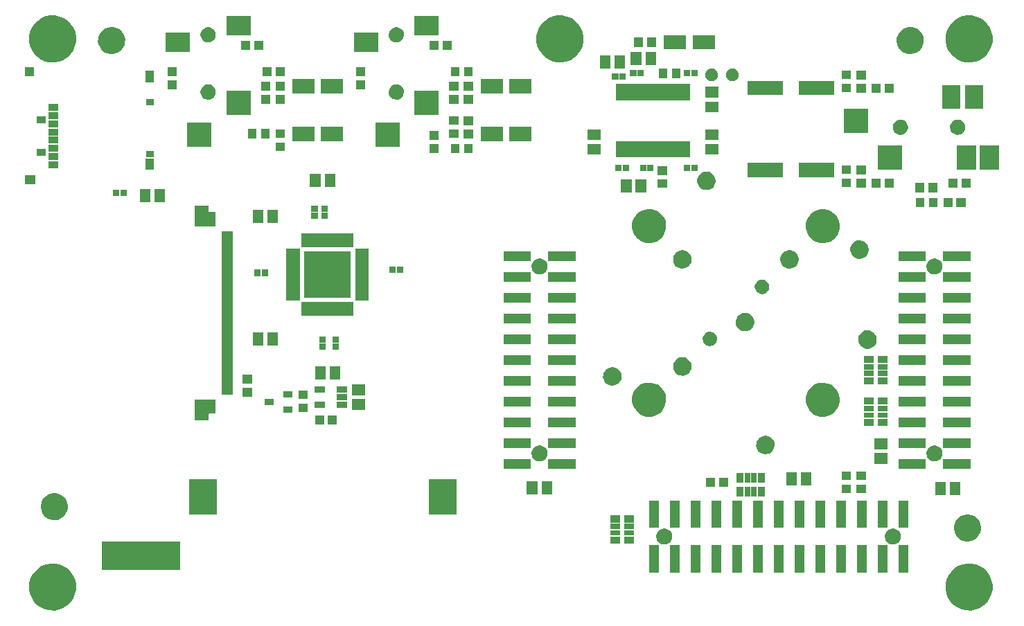
<source format=gbs>
%FSLAX34Y34*%
G04 Gerber Fmt 3.4, Leading zero omitted, Abs format*
G04 (created by PCBNEW (2014-03-01 BZR 4730)-product) date Tuesday, August 26, 2014 'AMt' 09:20:29 AM*
%MOIN*%
G01*
G70*
G90*
G04 APERTURE LIST*
%ADD10C,0.006000*%
G04 APERTURE END LIST*
G54D10*
G36*
X24282Y-42746D02*
X24281Y-42746D01*
X23867Y-42746D01*
X23867Y-42746D01*
X23867Y-42312D01*
X23867Y-42312D01*
X24281Y-42312D01*
X24282Y-42312D01*
X24282Y-42746D01*
X24282Y-42746D01*
G37*
G36*
X24360Y-47923D02*
X24360Y-47923D01*
X23867Y-47923D01*
X23867Y-47923D01*
X23867Y-47489D01*
X23867Y-47489D01*
X24360Y-47489D01*
X24360Y-47489D01*
X24360Y-47923D01*
X24360Y-47923D01*
G37*
G36*
X24853Y-45000D02*
X24852Y-45000D01*
X24418Y-45000D01*
X24418Y-45000D01*
X24418Y-44664D01*
X24418Y-44664D01*
X24852Y-44664D01*
X24853Y-44664D01*
X24853Y-45000D01*
X24853Y-45000D01*
G37*
G36*
X24853Y-46575D02*
X24852Y-46575D01*
X24418Y-46575D01*
X24418Y-46575D01*
X24418Y-46239D01*
X24418Y-46239D01*
X24852Y-46239D01*
X24853Y-46239D01*
X24853Y-46575D01*
X24853Y-46575D01*
G37*
G36*
X25463Y-44409D02*
X25463Y-44409D01*
X24989Y-44409D01*
X24989Y-44409D01*
X24989Y-44074D01*
X24989Y-44074D01*
X25463Y-44074D01*
X25463Y-44074D01*
X25463Y-44409D01*
X25463Y-44409D01*
G37*
G36*
X25463Y-44803D02*
X25463Y-44803D01*
X24989Y-44803D01*
X24989Y-44803D01*
X24989Y-44468D01*
X24989Y-44468D01*
X25463Y-44468D01*
X25463Y-44468D01*
X25463Y-44803D01*
X25463Y-44803D01*
G37*
G36*
X25463Y-45197D02*
X25463Y-45197D01*
X24989Y-45197D01*
X24989Y-45197D01*
X24989Y-44861D01*
X24989Y-44861D01*
X25463Y-44861D01*
X25463Y-44861D01*
X25463Y-45197D01*
X25463Y-45197D01*
G37*
G36*
X25463Y-45591D02*
X25463Y-45591D01*
X24989Y-45591D01*
X24989Y-45591D01*
X24989Y-45255D01*
X24989Y-45255D01*
X25463Y-45255D01*
X25463Y-45255D01*
X25463Y-45591D01*
X25463Y-45591D01*
G37*
G36*
X25463Y-45984D02*
X25463Y-45984D01*
X24989Y-45984D01*
X24989Y-45984D01*
X24989Y-45649D01*
X24989Y-45649D01*
X25463Y-45649D01*
X25463Y-45649D01*
X25463Y-45984D01*
X25463Y-45984D01*
G37*
G36*
X25463Y-46378D02*
X25463Y-46378D01*
X24989Y-46378D01*
X24989Y-46378D01*
X24989Y-46042D01*
X24989Y-46042D01*
X25463Y-46042D01*
X25463Y-46042D01*
X25463Y-46378D01*
X25463Y-46378D01*
G37*
G36*
X25463Y-46772D02*
X25463Y-46772D01*
X24989Y-46772D01*
X24989Y-46772D01*
X24989Y-46436D01*
X24989Y-46436D01*
X25463Y-46436D01*
X25463Y-46436D01*
X25463Y-46772D01*
X25463Y-46772D01*
G37*
G36*
X25463Y-47165D02*
X25463Y-47165D01*
X24989Y-47165D01*
X24989Y-47165D01*
X24989Y-46830D01*
X24989Y-46830D01*
X25463Y-46830D01*
X25463Y-46830D01*
X25463Y-47165D01*
X25463Y-47165D01*
G37*
G36*
X25925Y-63401D02*
X25923Y-63545D01*
X25895Y-63671D01*
X25843Y-63787D01*
X25770Y-63891D01*
X25677Y-63979D01*
X25570Y-64047D01*
X25450Y-64094D01*
X25450Y-64094D01*
X25326Y-64115D01*
X25197Y-64113D01*
X25074Y-64085D01*
X24956Y-64034D01*
X24852Y-63961D01*
X24763Y-63870D01*
X24694Y-63762D01*
X24647Y-63645D01*
X24624Y-63518D01*
X24626Y-63392D01*
X24653Y-63266D01*
X24703Y-63150D01*
X24775Y-63044D01*
X24866Y-62955D01*
X24972Y-62885D01*
X25092Y-62837D01*
X25215Y-62814D01*
X25344Y-62815D01*
X25468Y-62840D01*
X25586Y-62890D01*
X25691Y-62961D01*
X25781Y-63051D01*
X25852Y-63158D01*
X25900Y-63275D01*
X25925Y-63401D01*
X25925Y-63401D01*
G37*
G36*
X26329Y-40834D02*
X26325Y-41086D01*
X26276Y-41304D01*
X26186Y-41506D01*
X26058Y-41688D01*
X25897Y-41841D01*
X25710Y-41960D01*
X25501Y-42041D01*
X25501Y-42041D01*
X25285Y-42079D01*
X25061Y-42074D01*
X24845Y-42027D01*
X24641Y-41938D01*
X24459Y-41811D01*
X24305Y-41651D01*
X24184Y-41464D01*
X24103Y-41259D01*
X24062Y-41039D01*
X24065Y-40818D01*
X24112Y-40600D01*
X24199Y-40396D01*
X24325Y-40213D01*
X24484Y-40057D01*
X24669Y-39936D01*
X24876Y-39852D01*
X25092Y-39811D01*
X25316Y-39813D01*
X25532Y-39857D01*
X25738Y-39944D01*
X25922Y-40068D01*
X26078Y-40225D01*
X26201Y-40411D01*
X26286Y-40615D01*
X26329Y-40834D01*
X26329Y-40834D01*
G37*
G36*
X26329Y-67212D02*
X26325Y-67464D01*
X26276Y-67682D01*
X26186Y-67884D01*
X26058Y-68066D01*
X25897Y-68219D01*
X25710Y-68338D01*
X25501Y-68419D01*
X25501Y-68419D01*
X25285Y-68457D01*
X25061Y-68452D01*
X24845Y-68405D01*
X24641Y-68316D01*
X24459Y-68189D01*
X24305Y-68029D01*
X24184Y-67842D01*
X24103Y-67637D01*
X24062Y-67417D01*
X24065Y-67196D01*
X24112Y-66978D01*
X24199Y-66774D01*
X24325Y-66591D01*
X24484Y-66435D01*
X24669Y-66314D01*
X24876Y-66230D01*
X25092Y-66189D01*
X25316Y-66191D01*
X25532Y-66235D01*
X25738Y-66322D01*
X25922Y-66445D01*
X26078Y-66603D01*
X26201Y-66789D01*
X26286Y-66993D01*
X26329Y-67212D01*
X26329Y-67212D01*
G37*
G36*
X28400Y-48498D02*
X28400Y-48498D01*
X28096Y-48498D01*
X28095Y-48498D01*
X28095Y-48194D01*
X28096Y-48194D01*
X28400Y-48194D01*
X28400Y-48194D01*
X28400Y-48498D01*
X28400Y-48498D01*
G37*
G36*
X28681Y-40960D02*
X28679Y-41104D01*
X28651Y-41230D01*
X28599Y-41346D01*
X28526Y-41450D01*
X28433Y-41538D01*
X28326Y-41606D01*
X28206Y-41653D01*
X28206Y-41653D01*
X28082Y-41674D01*
X27953Y-41672D01*
X27830Y-41645D01*
X27712Y-41593D01*
X27608Y-41521D01*
X27519Y-41429D01*
X27450Y-41321D01*
X27403Y-41204D01*
X27380Y-41077D01*
X27382Y-40951D01*
X27409Y-40825D01*
X27458Y-40709D01*
X27531Y-40603D01*
X27622Y-40514D01*
X27728Y-40444D01*
X27847Y-40396D01*
X27971Y-40373D01*
X28100Y-40374D01*
X28223Y-40399D01*
X28342Y-40449D01*
X28447Y-40520D01*
X28537Y-40610D01*
X28608Y-40717D01*
X28656Y-40834D01*
X28681Y-40960D01*
X28681Y-40960D01*
G37*
G36*
X28754Y-48498D02*
X28754Y-48498D01*
X28450Y-48498D01*
X28449Y-48498D01*
X28449Y-48194D01*
X28450Y-48194D01*
X28754Y-48194D01*
X28754Y-48194D01*
X28754Y-48498D01*
X28754Y-48498D01*
G37*
G36*
X29902Y-48819D02*
X29902Y-48819D01*
X29389Y-48819D01*
X29389Y-48819D01*
X29389Y-48188D01*
X29389Y-48188D01*
X29902Y-48188D01*
X29902Y-48188D01*
X29902Y-48819D01*
X29902Y-48819D01*
G37*
G36*
X30049Y-43031D02*
X30049Y-43031D01*
X29655Y-43031D01*
X29654Y-43031D01*
X29654Y-42460D01*
X29655Y-42460D01*
X30049Y-42460D01*
X30049Y-42460D01*
X30049Y-43031D01*
X30049Y-43031D01*
G37*
G36*
X30049Y-44144D02*
X30049Y-44144D01*
X29694Y-44144D01*
X29694Y-44144D01*
X29694Y-43828D01*
X29694Y-43828D01*
X30049Y-43828D01*
X30049Y-43828D01*
X30049Y-44144D01*
X30049Y-44144D01*
G37*
G36*
X30049Y-46644D02*
X30049Y-46644D01*
X29694Y-46644D01*
X29694Y-46644D01*
X29694Y-46328D01*
X29694Y-46328D01*
X30049Y-46328D01*
X30049Y-46328D01*
X30049Y-46644D01*
X30049Y-46644D01*
G37*
G36*
X30049Y-47244D02*
X30049Y-47244D01*
X29655Y-47244D01*
X29654Y-47244D01*
X29654Y-46712D01*
X29655Y-46712D01*
X30049Y-46712D01*
X30049Y-46712D01*
X30049Y-47244D01*
X30049Y-47244D01*
G37*
G36*
X30610Y-48819D02*
X30610Y-48819D01*
X30097Y-48819D01*
X30097Y-48819D01*
X30097Y-48188D01*
X30097Y-48188D01*
X30610Y-48188D01*
X30610Y-48188D01*
X30610Y-48819D01*
X30610Y-48819D01*
G37*
G36*
X31162Y-42736D02*
X31161Y-42736D01*
X30727Y-42736D01*
X30727Y-42736D01*
X30727Y-42302D01*
X30727Y-42302D01*
X31161Y-42302D01*
X31162Y-42302D01*
X31162Y-42736D01*
X31162Y-42736D01*
G37*
G36*
X31162Y-43366D02*
X31161Y-43366D01*
X30727Y-43366D01*
X30727Y-43366D01*
X30727Y-42932D01*
X30727Y-42932D01*
X31161Y-42932D01*
X31162Y-42932D01*
X31162Y-43366D01*
X31162Y-43366D01*
G37*
G36*
X31323Y-66520D02*
X27573Y-66520D01*
X27573Y-65133D01*
X31323Y-65133D01*
X31323Y-66520D01*
X31323Y-66520D01*
G37*
G36*
X31801Y-41565D02*
X31801Y-41565D01*
X30639Y-41565D01*
X30639Y-41565D01*
X30639Y-40639D01*
X30639Y-40639D01*
X31801Y-40639D01*
X31801Y-40639D01*
X31801Y-41565D01*
X31801Y-41565D01*
G37*
G36*
X32835Y-46132D02*
X32835Y-46132D01*
X31672Y-46132D01*
X31672Y-46132D01*
X31672Y-44970D01*
X31672Y-44970D01*
X32835Y-44970D01*
X32835Y-44970D01*
X32835Y-46132D01*
X32835Y-46132D01*
G37*
G36*
X33022Y-49970D02*
X33022Y-49970D01*
X32722Y-49970D01*
X32707Y-49970D01*
X32647Y-49970D01*
X32632Y-49970D01*
X32017Y-49970D01*
X32017Y-49970D01*
X32017Y-48966D01*
X32017Y-48966D01*
X32707Y-48966D01*
X32707Y-48966D01*
X32707Y-49263D01*
X32707Y-49268D01*
X32709Y-49273D01*
X32712Y-49277D01*
X32717Y-49280D01*
X32722Y-49281D01*
X33022Y-49281D01*
X33022Y-49281D01*
X33022Y-49970D01*
X33022Y-49970D01*
G37*
G36*
X33022Y-58986D02*
X33022Y-58986D01*
X32722Y-58986D01*
X32717Y-58987D01*
X32712Y-58990D01*
X32709Y-58994D01*
X32707Y-58999D01*
X32707Y-59004D01*
X32707Y-59301D01*
X32707Y-59301D01*
X32017Y-59301D01*
X32017Y-59301D01*
X32017Y-58296D01*
X32017Y-58296D01*
X32632Y-58296D01*
X32647Y-58296D01*
X32707Y-58296D01*
X32722Y-58296D01*
X33022Y-58296D01*
X33022Y-58296D01*
X33022Y-58986D01*
X33022Y-58986D01*
G37*
G36*
X33041Y-40713D02*
X33040Y-40793D01*
X33024Y-40864D01*
X32995Y-40928D01*
X32954Y-40987D01*
X32902Y-41037D01*
X32842Y-41074D01*
X32774Y-41101D01*
X32774Y-41101D01*
X32706Y-41113D01*
X32633Y-41111D01*
X32564Y-41096D01*
X32498Y-41067D01*
X32439Y-41027D01*
X32390Y-40975D01*
X32350Y-40914D01*
X32325Y-40849D01*
X32311Y-40777D01*
X32312Y-40708D01*
X32328Y-40636D01*
X32355Y-40571D01*
X32396Y-40512D01*
X32447Y-40462D01*
X32506Y-40423D01*
X32574Y-40396D01*
X32642Y-40383D01*
X32716Y-40383D01*
X32784Y-40397D01*
X32851Y-40425D01*
X32910Y-40465D01*
X32961Y-40516D01*
X33001Y-40576D01*
X33027Y-40641D01*
X33041Y-40713D01*
X33041Y-40713D01*
G37*
G36*
X33041Y-43468D02*
X33040Y-43549D01*
X33024Y-43619D01*
X32995Y-43684D01*
X32954Y-43743D01*
X32902Y-43793D01*
X32842Y-43830D01*
X32774Y-43857D01*
X32774Y-43857D01*
X32706Y-43869D01*
X32633Y-43867D01*
X32564Y-43852D01*
X32498Y-43823D01*
X32439Y-43782D01*
X32390Y-43731D01*
X32350Y-43670D01*
X32325Y-43605D01*
X32311Y-43533D01*
X32312Y-43464D01*
X32328Y-43392D01*
X32355Y-43327D01*
X32396Y-43268D01*
X32447Y-43218D01*
X32506Y-43179D01*
X32574Y-43152D01*
X32642Y-43139D01*
X32716Y-43139D01*
X32784Y-43153D01*
X32851Y-43181D01*
X32910Y-43221D01*
X32961Y-43272D01*
X33001Y-43332D01*
X33027Y-43397D01*
X33041Y-43468D01*
X33041Y-43468D01*
G37*
G36*
X33081Y-63848D02*
X33081Y-63848D01*
X31761Y-63848D01*
X31761Y-63848D01*
X31761Y-62135D01*
X31761Y-62135D01*
X33081Y-62135D01*
X33081Y-62135D01*
X33081Y-63848D01*
X33081Y-63848D01*
G37*
G36*
X33849Y-58061D02*
X33848Y-58061D01*
X33316Y-58061D01*
X33316Y-58061D01*
X33316Y-57882D01*
X33316Y-57877D01*
X33316Y-57870D01*
X33316Y-57865D01*
X33316Y-57685D01*
X33316Y-57680D01*
X33316Y-57674D01*
X33316Y-57668D01*
X33316Y-57488D01*
X33316Y-57483D01*
X33316Y-57477D01*
X33316Y-57472D01*
X33316Y-57291D01*
X33316Y-57286D01*
X33316Y-57280D01*
X33316Y-57275D01*
X33316Y-57094D01*
X33316Y-57089D01*
X33316Y-57083D01*
X33316Y-57078D01*
X33316Y-56897D01*
X33316Y-56892D01*
X33316Y-56886D01*
X33316Y-56881D01*
X33316Y-56701D01*
X33316Y-56695D01*
X33316Y-56689D01*
X33316Y-56684D01*
X33316Y-56504D01*
X33316Y-56499D01*
X33316Y-56493D01*
X33316Y-56487D01*
X33316Y-56307D01*
X33316Y-56302D01*
X33316Y-56296D01*
X33316Y-56290D01*
X33316Y-56110D01*
X33316Y-56105D01*
X33316Y-56099D01*
X33316Y-56094D01*
X33316Y-55913D01*
X33316Y-55908D01*
X33316Y-55902D01*
X33316Y-55897D01*
X33316Y-55716D01*
X33316Y-55711D01*
X33316Y-55705D01*
X33316Y-55700D01*
X33316Y-55520D01*
X33316Y-55514D01*
X33316Y-55508D01*
X33316Y-55503D01*
X33316Y-55323D01*
X33316Y-55317D01*
X33316Y-55311D01*
X33316Y-55306D01*
X33316Y-55126D01*
X33316Y-55121D01*
X33316Y-55115D01*
X33316Y-55109D01*
X33316Y-54929D01*
X33316Y-54924D01*
X33316Y-54918D01*
X33316Y-54913D01*
X33316Y-54732D01*
X33316Y-54727D01*
X33316Y-54721D01*
X33316Y-54716D01*
X33316Y-54535D01*
X33316Y-54530D01*
X33316Y-54524D01*
X33316Y-54519D01*
X33316Y-54338D01*
X33316Y-54333D01*
X33316Y-54327D01*
X33316Y-54322D01*
X33316Y-54142D01*
X33316Y-54136D01*
X33316Y-54130D01*
X33316Y-54125D01*
X33316Y-53945D01*
X33316Y-53940D01*
X33316Y-53933D01*
X33316Y-53928D01*
X33316Y-53748D01*
X33316Y-53743D01*
X33316Y-53737D01*
X33316Y-53731D01*
X33316Y-53551D01*
X33316Y-53546D01*
X33316Y-53540D01*
X33316Y-53535D01*
X33316Y-53354D01*
X33316Y-53349D01*
X33316Y-53343D01*
X33316Y-53338D01*
X33316Y-53157D01*
X33316Y-53152D01*
X33316Y-53146D01*
X33316Y-53141D01*
X33316Y-52960D01*
X33316Y-52955D01*
X33316Y-52949D01*
X33316Y-52944D01*
X33316Y-52764D01*
X33316Y-52758D01*
X33316Y-52752D01*
X33316Y-52747D01*
X33316Y-52567D01*
X33316Y-52562D01*
X33316Y-52556D01*
X33316Y-52550D01*
X33316Y-52370D01*
X33316Y-52365D01*
X33316Y-52359D01*
X33316Y-52353D01*
X33316Y-52173D01*
X33316Y-52168D01*
X33316Y-52162D01*
X33316Y-52157D01*
X33316Y-51976D01*
X33316Y-51971D01*
X33316Y-51965D01*
X33316Y-51960D01*
X33316Y-51779D01*
X33316Y-51774D01*
X33316Y-51768D01*
X33316Y-51763D01*
X33316Y-51583D01*
X33316Y-51577D01*
X33316Y-51571D01*
X33316Y-51566D01*
X33316Y-51386D01*
X33316Y-51380D01*
X33316Y-51374D01*
X33316Y-51369D01*
X33316Y-51189D01*
X33316Y-51184D01*
X33316Y-51178D01*
X33316Y-51172D01*
X33316Y-50992D01*
X33316Y-50987D01*
X33316Y-50981D01*
X33316Y-50976D01*
X33316Y-50795D01*
X33316Y-50790D01*
X33316Y-50784D01*
X33316Y-50779D01*
X33316Y-50598D01*
X33316Y-50593D01*
X33316Y-50587D01*
X33316Y-50582D01*
X33316Y-50401D01*
X33316Y-50396D01*
X33316Y-50390D01*
X33316Y-50385D01*
X33316Y-50206D01*
X33316Y-50206D01*
X33848Y-50206D01*
X33849Y-50206D01*
X33849Y-50385D01*
X33849Y-50390D01*
X33849Y-50396D01*
X33849Y-50401D01*
X33849Y-50582D01*
X33849Y-50587D01*
X33849Y-50593D01*
X33849Y-50598D01*
X33849Y-50779D01*
X33849Y-50784D01*
X33849Y-50790D01*
X33849Y-50795D01*
X33849Y-50976D01*
X33849Y-50981D01*
X33849Y-50987D01*
X33849Y-50992D01*
X33849Y-51172D01*
X33849Y-51178D01*
X33849Y-51184D01*
X33849Y-51189D01*
X33849Y-51369D01*
X33849Y-51374D01*
X33849Y-51380D01*
X33849Y-51386D01*
X33849Y-51566D01*
X33849Y-51571D01*
X33849Y-51577D01*
X33849Y-51583D01*
X33849Y-51763D01*
X33849Y-51768D01*
X33849Y-51774D01*
X33849Y-51779D01*
X33849Y-51960D01*
X33849Y-51965D01*
X33849Y-51971D01*
X33849Y-51976D01*
X33849Y-52157D01*
X33849Y-52162D01*
X33849Y-52168D01*
X33849Y-52173D01*
X33849Y-52353D01*
X33849Y-52359D01*
X33849Y-52365D01*
X33849Y-52370D01*
X33849Y-52550D01*
X33849Y-52556D01*
X33849Y-52562D01*
X33849Y-52567D01*
X33849Y-52747D01*
X33849Y-52752D01*
X33849Y-52758D01*
X33849Y-52764D01*
X33849Y-52944D01*
X33849Y-52949D01*
X33849Y-52955D01*
X33849Y-52960D01*
X33849Y-53141D01*
X33849Y-53146D01*
X33849Y-53152D01*
X33849Y-53157D01*
X33849Y-53338D01*
X33849Y-53343D01*
X33849Y-53349D01*
X33849Y-53354D01*
X33849Y-53535D01*
X33849Y-53540D01*
X33849Y-53546D01*
X33849Y-53551D01*
X33849Y-53731D01*
X33849Y-53737D01*
X33849Y-53743D01*
X33849Y-53748D01*
X33849Y-53928D01*
X33849Y-53933D01*
X33849Y-53940D01*
X33849Y-53945D01*
X33849Y-54125D01*
X33849Y-54130D01*
X33849Y-54136D01*
X33849Y-54142D01*
X33849Y-54322D01*
X33849Y-54327D01*
X33849Y-54333D01*
X33849Y-54338D01*
X33849Y-54519D01*
X33849Y-54524D01*
X33849Y-54530D01*
X33849Y-54535D01*
X33849Y-54716D01*
X33849Y-54721D01*
X33849Y-54727D01*
X33849Y-54732D01*
X33849Y-54913D01*
X33849Y-54918D01*
X33849Y-54924D01*
X33849Y-54929D01*
X33849Y-55109D01*
X33849Y-55115D01*
X33849Y-55121D01*
X33849Y-55126D01*
X33849Y-55306D01*
X33849Y-55311D01*
X33849Y-55317D01*
X33849Y-55323D01*
X33849Y-55503D01*
X33849Y-55508D01*
X33849Y-55514D01*
X33849Y-55520D01*
X33849Y-55700D01*
X33849Y-55705D01*
X33849Y-55711D01*
X33849Y-55716D01*
X33849Y-55897D01*
X33849Y-55902D01*
X33849Y-55908D01*
X33849Y-55913D01*
X33849Y-56094D01*
X33849Y-56099D01*
X33849Y-56105D01*
X33849Y-56110D01*
X33849Y-56290D01*
X33849Y-56296D01*
X33849Y-56302D01*
X33849Y-56307D01*
X33849Y-56487D01*
X33849Y-56493D01*
X33849Y-56499D01*
X33849Y-56504D01*
X33849Y-56684D01*
X33849Y-56689D01*
X33849Y-56695D01*
X33849Y-56701D01*
X33849Y-56881D01*
X33849Y-56886D01*
X33849Y-56892D01*
X33849Y-56897D01*
X33849Y-57078D01*
X33849Y-57083D01*
X33849Y-57089D01*
X33849Y-57094D01*
X33849Y-57275D01*
X33849Y-57280D01*
X33849Y-57286D01*
X33849Y-57291D01*
X33849Y-57472D01*
X33849Y-57477D01*
X33849Y-57483D01*
X33849Y-57488D01*
X33849Y-57668D01*
X33849Y-57674D01*
X33849Y-57680D01*
X33849Y-57685D01*
X33849Y-57865D01*
X33849Y-57870D01*
X33849Y-57877D01*
X33849Y-57882D01*
X33849Y-58061D01*
X33849Y-58061D01*
G37*
G36*
X34705Y-41476D02*
X34705Y-41476D01*
X34271Y-41476D01*
X34270Y-41476D01*
X34270Y-41042D01*
X34271Y-41042D01*
X34705Y-41042D01*
X34705Y-41042D01*
X34705Y-41476D01*
X34705Y-41476D01*
G37*
G36*
X34715Y-40778D02*
X34715Y-40778D01*
X33552Y-40778D01*
X33552Y-40778D01*
X33552Y-39851D01*
X33552Y-39851D01*
X34715Y-39851D01*
X34715Y-39851D01*
X34715Y-40778D01*
X34715Y-40778D01*
G37*
G36*
X34715Y-44596D02*
X34715Y-44596D01*
X33552Y-44596D01*
X33552Y-44596D01*
X33552Y-43434D01*
X33552Y-43434D01*
X34715Y-43434D01*
X34715Y-43434D01*
X34715Y-44596D01*
X34715Y-44596D01*
G37*
G36*
X34794Y-57529D02*
X34793Y-57529D01*
X34339Y-57529D01*
X34339Y-57529D01*
X34339Y-57115D01*
X34339Y-57115D01*
X34793Y-57115D01*
X34794Y-57115D01*
X34794Y-57529D01*
X34794Y-57529D01*
G37*
G36*
X34794Y-58159D02*
X34793Y-58159D01*
X34339Y-58159D01*
X34339Y-58159D01*
X34339Y-57745D01*
X34339Y-57745D01*
X34793Y-57745D01*
X34794Y-57745D01*
X34794Y-58159D01*
X34794Y-58159D01*
G37*
G36*
X35010Y-45738D02*
X35010Y-45738D01*
X34596Y-45738D01*
X34595Y-45738D01*
X34595Y-45284D01*
X34596Y-45284D01*
X35010Y-45284D01*
X35010Y-45284D01*
X35010Y-45738D01*
X35010Y-45738D01*
G37*
G36*
X35211Y-52356D02*
X35211Y-52356D01*
X34907Y-52356D01*
X34906Y-52356D01*
X34906Y-52052D01*
X34907Y-52052D01*
X35211Y-52052D01*
X35211Y-52052D01*
X35211Y-52356D01*
X35211Y-52356D01*
G37*
G36*
X35335Y-41476D02*
X35335Y-41476D01*
X34901Y-41476D01*
X34900Y-41476D01*
X34900Y-41042D01*
X34901Y-41042D01*
X35335Y-41042D01*
X35335Y-41042D01*
X35335Y-41476D01*
X35335Y-41476D01*
G37*
G36*
X35335Y-49803D02*
X35335Y-49803D01*
X34822Y-49803D01*
X34822Y-49803D01*
X34822Y-49172D01*
X34822Y-49172D01*
X35335Y-49172D01*
X35335Y-49172D01*
X35335Y-49803D01*
X35335Y-49803D01*
G37*
G36*
X35335Y-55709D02*
X35335Y-55709D01*
X34822Y-55709D01*
X34822Y-55709D01*
X34822Y-55078D01*
X34822Y-55078D01*
X35335Y-55078D01*
X35335Y-55078D01*
X35335Y-55709D01*
X35335Y-55709D01*
G37*
G36*
X35565Y-52356D02*
X35565Y-52356D01*
X35261Y-52356D01*
X35260Y-52356D01*
X35260Y-52052D01*
X35261Y-52052D01*
X35565Y-52052D01*
X35565Y-52052D01*
X35565Y-52356D01*
X35565Y-52356D01*
G37*
G36*
X35640Y-45738D02*
X35640Y-45738D01*
X35226Y-45738D01*
X35225Y-45738D01*
X35225Y-45284D01*
X35226Y-45284D01*
X35640Y-45284D01*
X35640Y-45284D01*
X35640Y-45738D01*
X35640Y-45738D01*
G37*
G36*
X35650Y-43445D02*
X35650Y-43445D01*
X35216Y-43445D01*
X35215Y-43445D01*
X35215Y-43011D01*
X35216Y-43011D01*
X35650Y-43011D01*
X35650Y-43011D01*
X35650Y-43445D01*
X35650Y-43445D01*
G37*
G36*
X35650Y-44075D02*
X35650Y-44075D01*
X35216Y-44075D01*
X35215Y-44075D01*
X35215Y-43641D01*
X35216Y-43641D01*
X35650Y-43641D01*
X35650Y-43641D01*
X35650Y-44075D01*
X35650Y-44075D01*
G37*
G36*
X35718Y-42746D02*
X35718Y-42746D01*
X35304Y-42746D01*
X35304Y-42746D01*
X35304Y-42292D01*
X35304Y-42292D01*
X35718Y-42292D01*
X35718Y-42292D01*
X35718Y-42746D01*
X35718Y-42746D01*
G37*
G36*
X35837Y-58573D02*
X35836Y-58573D01*
X35382Y-58573D01*
X35382Y-58573D01*
X35382Y-58277D01*
X35382Y-58277D01*
X35836Y-58277D01*
X35837Y-58277D01*
X35837Y-58573D01*
X35837Y-58573D01*
G37*
G36*
X36043Y-49803D02*
X36043Y-49803D01*
X35530Y-49803D01*
X35530Y-49803D01*
X35530Y-49172D01*
X35530Y-49172D01*
X36043Y-49172D01*
X36043Y-49172D01*
X36043Y-49803D01*
X36043Y-49803D01*
G37*
G36*
X36043Y-55709D02*
X36043Y-55709D01*
X35530Y-55709D01*
X35530Y-55709D01*
X35530Y-55078D01*
X35530Y-55078D01*
X36043Y-55078D01*
X36043Y-55078D01*
X36043Y-55709D01*
X36043Y-55709D01*
G37*
G36*
X36348Y-42746D02*
X36348Y-42746D01*
X35934Y-42746D01*
X35934Y-42746D01*
X35934Y-42292D01*
X35934Y-42292D01*
X36348Y-42292D01*
X36348Y-42292D01*
X36348Y-42746D01*
X36348Y-42746D01*
G37*
G36*
X36368Y-43435D02*
X36368Y-43435D01*
X35914Y-43435D01*
X35914Y-43435D01*
X35914Y-43021D01*
X35914Y-43021D01*
X36368Y-43021D01*
X36368Y-43021D01*
X36368Y-43435D01*
X36368Y-43435D01*
G37*
G36*
X36368Y-44065D02*
X36368Y-44065D01*
X35914Y-44065D01*
X35914Y-44065D01*
X35914Y-43651D01*
X35914Y-43651D01*
X36368Y-43651D01*
X36368Y-43651D01*
X36368Y-44065D01*
X36368Y-44065D01*
G37*
G36*
X36368Y-45718D02*
X36368Y-45718D01*
X35914Y-45718D01*
X35914Y-45718D01*
X35914Y-45304D01*
X35914Y-45304D01*
X36368Y-45304D01*
X36368Y-45304D01*
X36368Y-45718D01*
X36368Y-45718D01*
G37*
G36*
X36368Y-46348D02*
X36368Y-46348D01*
X35914Y-46348D01*
X35914Y-46348D01*
X35914Y-45934D01*
X35914Y-45934D01*
X36368Y-45934D01*
X36368Y-45934D01*
X36368Y-46348D01*
X36368Y-46348D01*
G37*
G36*
X36743Y-58199D02*
X36742Y-58199D01*
X36288Y-58199D01*
X36288Y-58199D01*
X36288Y-57903D01*
X36288Y-57903D01*
X36742Y-57903D01*
X36743Y-57903D01*
X36743Y-58199D01*
X36743Y-58199D01*
G37*
G36*
X36743Y-58947D02*
X36742Y-58947D01*
X36288Y-58947D01*
X36288Y-58947D01*
X36288Y-58651D01*
X36288Y-58651D01*
X36742Y-58651D01*
X36743Y-58651D01*
X36743Y-58947D01*
X36743Y-58947D01*
G37*
G36*
X37097Y-53533D02*
X37096Y-53533D01*
X36446Y-53533D01*
X36446Y-53533D01*
X36446Y-53394D01*
X36446Y-53388D01*
X36446Y-53382D01*
X36446Y-53377D01*
X36446Y-53236D01*
X36446Y-53231D01*
X36446Y-53225D01*
X36446Y-53220D01*
X36446Y-53079D01*
X36446Y-53073D01*
X36446Y-53067D01*
X36446Y-53062D01*
X36446Y-52921D01*
X36446Y-52916D01*
X36446Y-52910D01*
X36446Y-52905D01*
X36446Y-52764D01*
X36446Y-52758D01*
X36446Y-52752D01*
X36446Y-52747D01*
X36446Y-52606D01*
X36446Y-52601D01*
X36446Y-52595D01*
X36446Y-52590D01*
X36446Y-52449D01*
X36446Y-52443D01*
X36446Y-52437D01*
X36446Y-52432D01*
X36446Y-52291D01*
X36446Y-52286D01*
X36446Y-52280D01*
X36446Y-52275D01*
X36446Y-52134D01*
X36446Y-52129D01*
X36446Y-52122D01*
X36446Y-52117D01*
X36446Y-51976D01*
X36446Y-51971D01*
X36446Y-51965D01*
X36446Y-51960D01*
X36446Y-51819D01*
X36446Y-51814D01*
X36446Y-51807D01*
X36446Y-51802D01*
X36446Y-51661D01*
X36446Y-51656D01*
X36446Y-51650D01*
X36446Y-51645D01*
X36446Y-51504D01*
X36446Y-51499D01*
X36446Y-51493D01*
X36446Y-51487D01*
X36446Y-51346D01*
X36446Y-51341D01*
X36446Y-51335D01*
X36446Y-51330D01*
X36446Y-51189D01*
X36446Y-51184D01*
X36446Y-51178D01*
X36446Y-51172D01*
X36446Y-51032D01*
X36446Y-51032D01*
X37096Y-51032D01*
X37097Y-51032D01*
X37097Y-51172D01*
X37097Y-51178D01*
X37097Y-51184D01*
X37097Y-51189D01*
X37097Y-51330D01*
X37097Y-51335D01*
X37097Y-51341D01*
X37097Y-51346D01*
X37097Y-51487D01*
X37097Y-51493D01*
X37097Y-51499D01*
X37097Y-51504D01*
X37097Y-51645D01*
X37097Y-51650D01*
X37097Y-51656D01*
X37097Y-51661D01*
X37097Y-51802D01*
X37097Y-51807D01*
X37097Y-51814D01*
X37097Y-51819D01*
X37097Y-51960D01*
X37097Y-51965D01*
X37097Y-51971D01*
X37097Y-51976D01*
X37097Y-52117D01*
X37097Y-52122D01*
X37097Y-52129D01*
X37097Y-52134D01*
X37097Y-52275D01*
X37097Y-52280D01*
X37097Y-52286D01*
X37097Y-52291D01*
X37097Y-52432D01*
X37097Y-52437D01*
X37097Y-52443D01*
X37097Y-52449D01*
X37097Y-52590D01*
X37097Y-52595D01*
X37097Y-52601D01*
X37097Y-52606D01*
X37097Y-52747D01*
X37097Y-52752D01*
X37097Y-52758D01*
X37097Y-52764D01*
X37097Y-52905D01*
X37097Y-52910D01*
X37097Y-52916D01*
X37097Y-52921D01*
X37097Y-53062D01*
X37097Y-53067D01*
X37097Y-53073D01*
X37097Y-53079D01*
X37097Y-53220D01*
X37097Y-53225D01*
X37097Y-53231D01*
X37097Y-53236D01*
X37097Y-53377D01*
X37097Y-53382D01*
X37097Y-53388D01*
X37097Y-53394D01*
X37097Y-53533D01*
X37097Y-53533D01*
G37*
G36*
X37471Y-58277D02*
X37471Y-58277D01*
X37017Y-58277D01*
X37016Y-58277D01*
X37016Y-57863D01*
X37017Y-57863D01*
X37471Y-57863D01*
X37471Y-57863D01*
X37471Y-58277D01*
X37471Y-58277D01*
G37*
G36*
X37471Y-58907D02*
X37471Y-58907D01*
X37017Y-58907D01*
X37016Y-58907D01*
X37016Y-58493D01*
X37017Y-58493D01*
X37471Y-58493D01*
X37471Y-58493D01*
X37471Y-58907D01*
X37471Y-58907D01*
G37*
G36*
X37795Y-43573D02*
X37795Y-43573D01*
X36731Y-43573D01*
X36731Y-43573D01*
X36731Y-42883D01*
X36731Y-42883D01*
X37795Y-42883D01*
X37795Y-42883D01*
X37795Y-43573D01*
X37795Y-43573D01*
G37*
G36*
X37795Y-45856D02*
X37795Y-45856D01*
X36731Y-45856D01*
X36731Y-45856D01*
X36731Y-45166D01*
X36731Y-45166D01*
X37795Y-45166D01*
X37795Y-45166D01*
X37795Y-45856D01*
X37795Y-45856D01*
G37*
G36*
X37947Y-49266D02*
X37947Y-49266D01*
X37643Y-49266D01*
X37643Y-49266D01*
X37643Y-48962D01*
X37643Y-48962D01*
X37947Y-48962D01*
X37947Y-48962D01*
X37947Y-49266D01*
X37947Y-49266D01*
G37*
G36*
X37947Y-49620D02*
X37947Y-49620D01*
X37643Y-49620D01*
X37643Y-49620D01*
X37643Y-49316D01*
X37643Y-49316D01*
X37947Y-49316D01*
X37947Y-49316D01*
X37947Y-49620D01*
X37947Y-49620D01*
G37*
G36*
X38091Y-48071D02*
X38091Y-48071D01*
X37578Y-48071D01*
X37578Y-48071D01*
X37578Y-47440D01*
X37578Y-47440D01*
X38091Y-47440D01*
X38091Y-47440D01*
X38091Y-48071D01*
X38091Y-48071D01*
G37*
G36*
X38248Y-59518D02*
X38248Y-59518D01*
X37814Y-59518D01*
X37814Y-59518D01*
X37814Y-59064D01*
X37814Y-59064D01*
X38248Y-59064D01*
X38248Y-59064D01*
X38248Y-59518D01*
X38248Y-59518D01*
G37*
G36*
X38298Y-57962D02*
X38298Y-57962D01*
X37805Y-57962D01*
X37804Y-57962D01*
X37804Y-57666D01*
X37805Y-57666D01*
X38298Y-57666D01*
X38298Y-57666D01*
X38298Y-57962D01*
X38298Y-57962D01*
G37*
G36*
X38298Y-58710D02*
X38298Y-58710D01*
X37805Y-58710D01*
X37804Y-58710D01*
X37804Y-58414D01*
X37805Y-58414D01*
X38298Y-58414D01*
X38298Y-58414D01*
X38298Y-58710D01*
X38298Y-58710D01*
G37*
G36*
X38327Y-57323D02*
X38327Y-57323D01*
X37814Y-57323D01*
X37814Y-57323D01*
X37814Y-56692D01*
X37814Y-56692D01*
X38327Y-56692D01*
X38327Y-56692D01*
X38327Y-57323D01*
X38327Y-57323D01*
G37*
G36*
X38341Y-55565D02*
X38340Y-55565D01*
X38036Y-55565D01*
X38036Y-55565D01*
X38036Y-55261D01*
X38036Y-55261D01*
X38340Y-55261D01*
X38341Y-55261D01*
X38341Y-55565D01*
X38341Y-55565D01*
G37*
G36*
X38341Y-55919D02*
X38340Y-55919D01*
X38036Y-55919D01*
X38036Y-55919D01*
X38036Y-55615D01*
X38036Y-55615D01*
X38340Y-55615D01*
X38341Y-55615D01*
X38341Y-55919D01*
X38341Y-55919D01*
G37*
G36*
X38419Y-49266D02*
X38419Y-49266D01*
X38115Y-49266D01*
X38115Y-49266D01*
X38115Y-48962D01*
X38115Y-48962D01*
X38419Y-48962D01*
X38419Y-48962D01*
X38419Y-49266D01*
X38419Y-49266D01*
G37*
G36*
X38419Y-49620D02*
X38419Y-49620D01*
X38115Y-49620D01*
X38115Y-49620D01*
X38115Y-49316D01*
X38115Y-49316D01*
X38419Y-49316D01*
X38419Y-49316D01*
X38419Y-49620D01*
X38419Y-49620D01*
G37*
G36*
X38799Y-48071D02*
X38799Y-48071D01*
X38286Y-48071D01*
X38286Y-48071D01*
X38286Y-47440D01*
X38286Y-47440D01*
X38799Y-47440D01*
X38799Y-47440D01*
X38799Y-48071D01*
X38799Y-48071D01*
G37*
G36*
X38878Y-59518D02*
X38878Y-59518D01*
X38444Y-59518D01*
X38444Y-59518D01*
X38444Y-59064D01*
X38444Y-59064D01*
X38878Y-59064D01*
X38878Y-59064D01*
X38878Y-59518D01*
X38878Y-59518D01*
G37*
G36*
X38971Y-55565D02*
X38970Y-55565D01*
X38666Y-55565D01*
X38666Y-55565D01*
X38666Y-55261D01*
X38666Y-55261D01*
X38970Y-55261D01*
X38971Y-55261D01*
X38971Y-55565D01*
X38971Y-55565D01*
G37*
G36*
X38971Y-55919D02*
X38970Y-55919D01*
X38666Y-55919D01*
X38666Y-55919D01*
X38666Y-55615D01*
X38666Y-55615D01*
X38970Y-55615D01*
X38971Y-55615D01*
X38971Y-55919D01*
X38971Y-55919D01*
G37*
G36*
X39035Y-57323D02*
X39035Y-57323D01*
X38522Y-57323D01*
X38522Y-57323D01*
X38522Y-56692D01*
X38522Y-56692D01*
X39035Y-56692D01*
X39035Y-56692D01*
X39035Y-57323D01*
X39035Y-57323D01*
G37*
G36*
X39173Y-43573D02*
X39173Y-43573D01*
X38109Y-43573D01*
X38109Y-43573D01*
X38109Y-42883D01*
X38109Y-42883D01*
X39173Y-42883D01*
X39173Y-42883D01*
X39173Y-43573D01*
X39173Y-43573D01*
G37*
G36*
X39173Y-45856D02*
X39173Y-45856D01*
X38109Y-45856D01*
X38109Y-45856D01*
X38109Y-45166D01*
X38109Y-45166D01*
X39173Y-45166D01*
X39173Y-45166D01*
X39173Y-45856D01*
X39173Y-45856D01*
G37*
G36*
X39360Y-57962D02*
X39360Y-57962D01*
X38867Y-57962D01*
X38866Y-57962D01*
X38866Y-57666D01*
X38867Y-57666D01*
X39360Y-57666D01*
X39360Y-57666D01*
X39360Y-57962D01*
X39360Y-57962D01*
G37*
G36*
X39360Y-58336D02*
X39360Y-58336D01*
X38867Y-58336D01*
X38866Y-58336D01*
X38866Y-58040D01*
X38867Y-58040D01*
X39360Y-58040D01*
X39360Y-58040D01*
X39360Y-58336D01*
X39360Y-58336D01*
G37*
G36*
X39360Y-58710D02*
X39360Y-58710D01*
X38867Y-58710D01*
X38866Y-58710D01*
X38866Y-58414D01*
X38867Y-58414D01*
X39360Y-58414D01*
X39360Y-58414D01*
X39360Y-58710D01*
X39360Y-58710D01*
G37*
G36*
X39538Y-53396D02*
X39537Y-53396D01*
X38470Y-53396D01*
X38455Y-53396D01*
X38395Y-53396D01*
X38380Y-53396D01*
X37312Y-53396D01*
X37312Y-53396D01*
X37312Y-52331D01*
X37312Y-52325D01*
X37312Y-52241D01*
X37312Y-52235D01*
X37312Y-51170D01*
X37312Y-51170D01*
X38380Y-51170D01*
X38395Y-51170D01*
X38455Y-51170D01*
X38470Y-51170D01*
X39537Y-51170D01*
X39538Y-51170D01*
X39538Y-52235D01*
X39538Y-52241D01*
X39538Y-52325D01*
X39538Y-52331D01*
X39538Y-53396D01*
X39538Y-53396D01*
G37*
G36*
X39675Y-50955D02*
X39675Y-50955D01*
X39536Y-50955D01*
X39533Y-50955D01*
X39521Y-50955D01*
X39518Y-50955D01*
X39379Y-50955D01*
X39375Y-50955D01*
X39364Y-50955D01*
X39360Y-50955D01*
X39221Y-50955D01*
X39218Y-50955D01*
X39206Y-50955D01*
X39203Y-50955D01*
X39064Y-50955D01*
X39060Y-50955D01*
X39049Y-50955D01*
X39045Y-50955D01*
X38907Y-50955D01*
X38903Y-50955D01*
X38892Y-50955D01*
X38888Y-50955D01*
X38749Y-50955D01*
X38745Y-50955D01*
X38734Y-50955D01*
X38730Y-50955D01*
X38592Y-50955D01*
X38588Y-50955D01*
X38577Y-50955D01*
X38573Y-50955D01*
X38434Y-50955D01*
X38430Y-50955D01*
X38419Y-50955D01*
X38415Y-50955D01*
X38277Y-50955D01*
X38273Y-50955D01*
X38262Y-50955D01*
X38258Y-50955D01*
X38119Y-50955D01*
X38115Y-50955D01*
X38104Y-50955D01*
X38100Y-50955D01*
X37962Y-50955D01*
X37958Y-50955D01*
X37947Y-50955D01*
X37943Y-50955D01*
X37804Y-50955D01*
X37800Y-50955D01*
X37789Y-50955D01*
X37785Y-50955D01*
X37647Y-50955D01*
X37643Y-50955D01*
X37632Y-50955D01*
X37628Y-50955D01*
X37489Y-50955D01*
X37485Y-50955D01*
X37474Y-50955D01*
X37470Y-50955D01*
X37332Y-50955D01*
X37328Y-50955D01*
X37317Y-50955D01*
X37313Y-50955D01*
X37174Y-50955D01*
X37174Y-50955D01*
X37174Y-50304D01*
X37174Y-50304D01*
X37313Y-50304D01*
X37317Y-50304D01*
X37328Y-50304D01*
X37332Y-50304D01*
X37470Y-50304D01*
X37474Y-50304D01*
X37485Y-50304D01*
X37489Y-50304D01*
X37628Y-50304D01*
X37632Y-50304D01*
X37643Y-50304D01*
X37647Y-50304D01*
X37785Y-50304D01*
X37789Y-50304D01*
X37800Y-50304D01*
X37804Y-50304D01*
X37943Y-50304D01*
X37947Y-50304D01*
X37958Y-50304D01*
X37962Y-50304D01*
X38100Y-50304D01*
X38104Y-50304D01*
X38115Y-50304D01*
X38119Y-50304D01*
X38258Y-50304D01*
X38262Y-50304D01*
X38273Y-50304D01*
X38277Y-50304D01*
X38415Y-50304D01*
X38419Y-50304D01*
X38430Y-50304D01*
X38434Y-50304D01*
X38573Y-50304D01*
X38577Y-50304D01*
X38588Y-50304D01*
X38592Y-50304D01*
X38730Y-50304D01*
X38734Y-50304D01*
X38745Y-50304D01*
X38749Y-50304D01*
X38888Y-50304D01*
X38892Y-50304D01*
X38903Y-50304D01*
X38907Y-50304D01*
X39045Y-50304D01*
X39049Y-50304D01*
X39060Y-50304D01*
X39064Y-50304D01*
X39203Y-50304D01*
X39206Y-50304D01*
X39218Y-50304D01*
X39221Y-50304D01*
X39360Y-50304D01*
X39364Y-50304D01*
X39375Y-50304D01*
X39379Y-50304D01*
X39518Y-50304D01*
X39521Y-50304D01*
X39533Y-50304D01*
X39536Y-50304D01*
X39675Y-50304D01*
X39675Y-50304D01*
X39675Y-50955D01*
X39675Y-50955D01*
G37*
G36*
X39675Y-54262D02*
X39675Y-54262D01*
X39536Y-54262D01*
X39533Y-54262D01*
X39521Y-54262D01*
X39518Y-54262D01*
X39379Y-54262D01*
X39375Y-54262D01*
X39364Y-54262D01*
X39360Y-54262D01*
X39221Y-54262D01*
X39218Y-54262D01*
X39206Y-54262D01*
X39203Y-54262D01*
X39064Y-54262D01*
X39060Y-54262D01*
X39049Y-54262D01*
X39045Y-54262D01*
X38907Y-54262D01*
X38903Y-54262D01*
X38892Y-54262D01*
X38888Y-54262D01*
X38749Y-54262D01*
X38745Y-54262D01*
X38734Y-54262D01*
X38730Y-54262D01*
X38592Y-54262D01*
X38588Y-54262D01*
X38577Y-54262D01*
X38573Y-54262D01*
X38434Y-54262D01*
X38430Y-54262D01*
X38419Y-54262D01*
X38415Y-54262D01*
X38277Y-54262D01*
X38273Y-54262D01*
X38262Y-54262D01*
X38258Y-54262D01*
X38119Y-54262D01*
X38115Y-54262D01*
X38104Y-54262D01*
X38100Y-54262D01*
X37962Y-54262D01*
X37958Y-54262D01*
X37947Y-54262D01*
X37943Y-54262D01*
X37804Y-54262D01*
X37800Y-54262D01*
X37789Y-54262D01*
X37785Y-54262D01*
X37647Y-54262D01*
X37643Y-54262D01*
X37632Y-54262D01*
X37628Y-54262D01*
X37489Y-54262D01*
X37485Y-54262D01*
X37474Y-54262D01*
X37470Y-54262D01*
X37332Y-54262D01*
X37328Y-54262D01*
X37317Y-54262D01*
X37313Y-54262D01*
X37174Y-54262D01*
X37174Y-54262D01*
X37174Y-53611D01*
X37174Y-53611D01*
X37313Y-53611D01*
X37317Y-53611D01*
X37328Y-53611D01*
X37332Y-53611D01*
X37470Y-53611D01*
X37474Y-53611D01*
X37485Y-53611D01*
X37489Y-53611D01*
X37628Y-53611D01*
X37632Y-53611D01*
X37643Y-53611D01*
X37647Y-53611D01*
X37785Y-53611D01*
X37789Y-53611D01*
X37800Y-53611D01*
X37804Y-53611D01*
X37943Y-53611D01*
X37947Y-53611D01*
X37958Y-53611D01*
X37962Y-53611D01*
X38100Y-53611D01*
X38104Y-53611D01*
X38115Y-53611D01*
X38119Y-53611D01*
X38258Y-53611D01*
X38262Y-53611D01*
X38273Y-53611D01*
X38277Y-53611D01*
X38415Y-53611D01*
X38419Y-53611D01*
X38430Y-53611D01*
X38434Y-53611D01*
X38573Y-53611D01*
X38577Y-53611D01*
X38588Y-53611D01*
X38592Y-53611D01*
X38730Y-53611D01*
X38734Y-53611D01*
X38745Y-53611D01*
X38749Y-53611D01*
X38888Y-53611D01*
X38892Y-53611D01*
X38903Y-53611D01*
X38907Y-53611D01*
X39045Y-53611D01*
X39049Y-53611D01*
X39060Y-53611D01*
X39064Y-53611D01*
X39203Y-53611D01*
X39206Y-53611D01*
X39218Y-53611D01*
X39221Y-53611D01*
X39360Y-53611D01*
X39364Y-53611D01*
X39375Y-53611D01*
X39379Y-53611D01*
X39518Y-53611D01*
X39521Y-53611D01*
X39533Y-53611D01*
X39536Y-53611D01*
X39675Y-53611D01*
X39675Y-53611D01*
X39675Y-54262D01*
X39675Y-54262D01*
G37*
G36*
X40217Y-42736D02*
X40217Y-42736D01*
X39783Y-42736D01*
X39782Y-42736D01*
X39782Y-42302D01*
X39783Y-42302D01*
X40217Y-42302D01*
X40217Y-42302D01*
X40217Y-42736D01*
X40217Y-42736D01*
G37*
G36*
X40217Y-43366D02*
X40217Y-43366D01*
X39783Y-43366D01*
X39782Y-43366D01*
X39782Y-42932D01*
X39783Y-42932D01*
X40217Y-42932D01*
X40217Y-42932D01*
X40217Y-43366D01*
X40217Y-43366D01*
G37*
G36*
X40236Y-58091D02*
X40236Y-58091D01*
X39605Y-58091D01*
X39605Y-58091D01*
X39605Y-57578D01*
X39605Y-57578D01*
X40236Y-57578D01*
X40236Y-57578D01*
X40236Y-58091D01*
X40236Y-58091D01*
G37*
G36*
X40236Y-58799D02*
X40236Y-58799D01*
X39605Y-58799D01*
X39605Y-58799D01*
X39605Y-58286D01*
X39605Y-58286D01*
X40236Y-58286D01*
X40236Y-58286D01*
X40236Y-58799D01*
X40236Y-58799D01*
G37*
G36*
X40404Y-53533D02*
X40404Y-53533D01*
X39753Y-53533D01*
X39753Y-53533D01*
X39753Y-53394D01*
X39753Y-53388D01*
X39753Y-53382D01*
X39753Y-53377D01*
X39753Y-53236D01*
X39753Y-53231D01*
X39753Y-53225D01*
X39753Y-53220D01*
X39753Y-53079D01*
X39753Y-53073D01*
X39753Y-53067D01*
X39753Y-53062D01*
X39753Y-52921D01*
X39753Y-52916D01*
X39753Y-52910D01*
X39753Y-52905D01*
X39753Y-52764D01*
X39753Y-52758D01*
X39753Y-52752D01*
X39753Y-52747D01*
X39753Y-52606D01*
X39753Y-52601D01*
X39753Y-52595D01*
X39753Y-52590D01*
X39753Y-52449D01*
X39753Y-52443D01*
X39753Y-52437D01*
X39753Y-52432D01*
X39753Y-52291D01*
X39753Y-52286D01*
X39753Y-52280D01*
X39753Y-52275D01*
X39753Y-52134D01*
X39753Y-52129D01*
X39753Y-52122D01*
X39753Y-52117D01*
X39753Y-51976D01*
X39753Y-51971D01*
X39753Y-51965D01*
X39753Y-51960D01*
X39753Y-51819D01*
X39753Y-51814D01*
X39753Y-51807D01*
X39753Y-51802D01*
X39753Y-51661D01*
X39753Y-51656D01*
X39753Y-51650D01*
X39753Y-51645D01*
X39753Y-51504D01*
X39753Y-51499D01*
X39753Y-51493D01*
X39753Y-51487D01*
X39753Y-51346D01*
X39753Y-51341D01*
X39753Y-51335D01*
X39753Y-51330D01*
X39753Y-51189D01*
X39753Y-51184D01*
X39753Y-51178D01*
X39753Y-51172D01*
X39753Y-51032D01*
X39753Y-51032D01*
X40404Y-51032D01*
X40404Y-51032D01*
X40404Y-51172D01*
X40404Y-51178D01*
X40404Y-51184D01*
X40404Y-51189D01*
X40404Y-51330D01*
X40404Y-51335D01*
X40404Y-51341D01*
X40404Y-51346D01*
X40404Y-51487D01*
X40404Y-51493D01*
X40404Y-51499D01*
X40404Y-51504D01*
X40404Y-51645D01*
X40404Y-51650D01*
X40404Y-51656D01*
X40404Y-51661D01*
X40404Y-51802D01*
X40404Y-51807D01*
X40404Y-51814D01*
X40404Y-51819D01*
X40404Y-51960D01*
X40404Y-51965D01*
X40404Y-51971D01*
X40404Y-51976D01*
X40404Y-52117D01*
X40404Y-52122D01*
X40404Y-52129D01*
X40404Y-52134D01*
X40404Y-52275D01*
X40404Y-52280D01*
X40404Y-52286D01*
X40404Y-52291D01*
X40404Y-52432D01*
X40404Y-52437D01*
X40404Y-52443D01*
X40404Y-52449D01*
X40404Y-52590D01*
X40404Y-52595D01*
X40404Y-52601D01*
X40404Y-52606D01*
X40404Y-52747D01*
X40404Y-52752D01*
X40404Y-52758D01*
X40404Y-52764D01*
X40404Y-52905D01*
X40404Y-52910D01*
X40404Y-52916D01*
X40404Y-52921D01*
X40404Y-53062D01*
X40404Y-53067D01*
X40404Y-53073D01*
X40404Y-53079D01*
X40404Y-53220D01*
X40404Y-53225D01*
X40404Y-53231D01*
X40404Y-53236D01*
X40404Y-53377D01*
X40404Y-53382D01*
X40404Y-53388D01*
X40404Y-53394D01*
X40404Y-53533D01*
X40404Y-53533D01*
G37*
G36*
X40856Y-41565D02*
X40856Y-41565D01*
X39694Y-41565D01*
X39694Y-41565D01*
X39694Y-40639D01*
X39694Y-40639D01*
X40856Y-40639D01*
X40856Y-40639D01*
X40856Y-41565D01*
X40856Y-41565D01*
G37*
G36*
X41707Y-52199D02*
X41707Y-52199D01*
X41403Y-52199D01*
X41403Y-52199D01*
X41403Y-51895D01*
X41403Y-51895D01*
X41707Y-51895D01*
X41707Y-51895D01*
X41707Y-52199D01*
X41707Y-52199D01*
G37*
G36*
X41890Y-46132D02*
X41890Y-46132D01*
X40727Y-46132D01*
X40727Y-46132D01*
X40727Y-44970D01*
X40727Y-44970D01*
X41890Y-44970D01*
X41890Y-44970D01*
X41890Y-46132D01*
X41890Y-46132D01*
G37*
G36*
X42061Y-52199D02*
X42061Y-52199D01*
X41757Y-52199D01*
X41757Y-52199D01*
X41757Y-51895D01*
X41757Y-51895D01*
X42061Y-51895D01*
X42061Y-51895D01*
X42061Y-52199D01*
X42061Y-52199D01*
G37*
G36*
X42097Y-40713D02*
X42095Y-40793D01*
X42079Y-40864D01*
X42050Y-40928D01*
X42009Y-40987D01*
X41957Y-41037D01*
X41898Y-41074D01*
X41829Y-41101D01*
X41829Y-41101D01*
X41761Y-41113D01*
X41688Y-41111D01*
X41619Y-41096D01*
X41553Y-41067D01*
X41494Y-41027D01*
X41445Y-40975D01*
X41405Y-40914D01*
X41380Y-40849D01*
X41366Y-40777D01*
X41367Y-40708D01*
X41383Y-40636D01*
X41410Y-40571D01*
X41451Y-40512D01*
X41502Y-40462D01*
X41562Y-40423D01*
X41629Y-40396D01*
X41698Y-40383D01*
X41771Y-40383D01*
X41839Y-40397D01*
X41906Y-40425D01*
X41965Y-40465D01*
X42016Y-40516D01*
X42056Y-40576D01*
X42082Y-40641D01*
X42097Y-40713D01*
X42097Y-40713D01*
G37*
G36*
X42097Y-43468D02*
X42095Y-43549D01*
X42079Y-43619D01*
X42050Y-43684D01*
X42009Y-43743D01*
X41957Y-43793D01*
X41898Y-43830D01*
X41829Y-43857D01*
X41829Y-43857D01*
X41761Y-43869D01*
X41688Y-43867D01*
X41619Y-43852D01*
X41553Y-43823D01*
X41494Y-43782D01*
X41445Y-43731D01*
X41405Y-43670D01*
X41380Y-43605D01*
X41366Y-43533D01*
X41367Y-43464D01*
X41383Y-43392D01*
X41410Y-43327D01*
X41451Y-43268D01*
X41502Y-43218D01*
X41562Y-43179D01*
X41629Y-43152D01*
X41698Y-43139D01*
X41771Y-43139D01*
X41839Y-43153D01*
X41906Y-43181D01*
X41965Y-43221D01*
X42016Y-43272D01*
X42056Y-43332D01*
X42082Y-43397D01*
X42097Y-43468D01*
X42097Y-43468D01*
G37*
G36*
X43760Y-41476D02*
X43760Y-41476D01*
X43326Y-41476D01*
X43326Y-41476D01*
X43326Y-41042D01*
X43326Y-41042D01*
X43760Y-41042D01*
X43760Y-41042D01*
X43760Y-41476D01*
X43760Y-41476D01*
G37*
G36*
X43760Y-45807D02*
X43760Y-45807D01*
X43326Y-45807D01*
X43326Y-45807D01*
X43326Y-45373D01*
X43326Y-45373D01*
X43760Y-45373D01*
X43760Y-45373D01*
X43760Y-45807D01*
X43760Y-45807D01*
G37*
G36*
X43760Y-46437D02*
X43760Y-46437D01*
X43326Y-46437D01*
X43326Y-46437D01*
X43326Y-46003D01*
X43326Y-46003D01*
X43760Y-46003D01*
X43760Y-46003D01*
X43760Y-46437D01*
X43760Y-46437D01*
G37*
G36*
X43770Y-40778D02*
X43770Y-40778D01*
X42607Y-40778D01*
X42607Y-40778D01*
X42607Y-39851D01*
X42607Y-39851D01*
X43770Y-39851D01*
X43770Y-39851D01*
X43770Y-40778D01*
X43770Y-40778D01*
G37*
G36*
X43770Y-44596D02*
X43770Y-44596D01*
X42607Y-44596D01*
X42607Y-44596D01*
X42607Y-43434D01*
X42607Y-43434D01*
X43770Y-43434D01*
X43770Y-43434D01*
X43770Y-44596D01*
X43770Y-44596D01*
G37*
G36*
X44390Y-41476D02*
X44390Y-41476D01*
X43956Y-41476D01*
X43956Y-41476D01*
X43956Y-41042D01*
X43956Y-41042D01*
X44390Y-41042D01*
X44390Y-41042D01*
X44390Y-41476D01*
X44390Y-41476D01*
G37*
G36*
X44616Y-63848D02*
X44616Y-63848D01*
X43296Y-63848D01*
X43296Y-63848D01*
X43296Y-62135D01*
X43296Y-62135D01*
X44616Y-62135D01*
X44616Y-62135D01*
X44616Y-63848D01*
X44616Y-63848D01*
G37*
G36*
X44715Y-43435D02*
X44715Y-43435D01*
X44261Y-43435D01*
X44260Y-43435D01*
X44260Y-43021D01*
X44261Y-43021D01*
X44715Y-43021D01*
X44715Y-43021D01*
X44715Y-43435D01*
X44715Y-43435D01*
G37*
G36*
X44715Y-44065D02*
X44715Y-44065D01*
X44261Y-44065D01*
X44260Y-44065D01*
X44260Y-43651D01*
X44261Y-43651D01*
X44715Y-43651D01*
X44715Y-43651D01*
X44715Y-44065D01*
X44715Y-44065D01*
G37*
G36*
X44715Y-45088D02*
X44715Y-45088D01*
X44261Y-45088D01*
X44260Y-45088D01*
X44260Y-44674D01*
X44261Y-44674D01*
X44715Y-44674D01*
X44715Y-44674D01*
X44715Y-45088D01*
X44715Y-45088D01*
G37*
G36*
X44715Y-45718D02*
X44715Y-45718D01*
X44261Y-45718D01*
X44260Y-45718D01*
X44260Y-45304D01*
X44261Y-45304D01*
X44715Y-45304D01*
X44715Y-45304D01*
X44715Y-45718D01*
X44715Y-45718D01*
G37*
G36*
X44774Y-42746D02*
X44773Y-42746D01*
X44359Y-42746D01*
X44359Y-42746D01*
X44359Y-42292D01*
X44359Y-42292D01*
X44773Y-42292D01*
X44774Y-42292D01*
X44774Y-42746D01*
X44774Y-42746D01*
G37*
G36*
X44774Y-46447D02*
X44773Y-46447D01*
X44359Y-46447D01*
X44359Y-46447D01*
X44359Y-45993D01*
X44359Y-45993D01*
X44773Y-45993D01*
X44774Y-45993D01*
X44774Y-46447D01*
X44774Y-46447D01*
G37*
G36*
X45404Y-42746D02*
X45403Y-42746D01*
X44989Y-42746D01*
X44989Y-42746D01*
X44989Y-42292D01*
X44989Y-42292D01*
X45403Y-42292D01*
X45404Y-42292D01*
X45404Y-42746D01*
X45404Y-42746D01*
G37*
G36*
X45404Y-46447D02*
X45403Y-46447D01*
X44989Y-46447D01*
X44989Y-46447D01*
X44989Y-45993D01*
X44989Y-45993D01*
X45403Y-45993D01*
X45404Y-45993D01*
X45404Y-46447D01*
X45404Y-46447D01*
G37*
G36*
X45424Y-43445D02*
X45423Y-43445D01*
X44969Y-43445D01*
X44969Y-43445D01*
X44969Y-43011D01*
X44969Y-43011D01*
X45423Y-43011D01*
X45424Y-43011D01*
X45424Y-43445D01*
X45424Y-43445D01*
G37*
G36*
X45424Y-44075D02*
X45423Y-44075D01*
X44969Y-44075D01*
X44969Y-44075D01*
X44969Y-43641D01*
X44969Y-43641D01*
X45423Y-43641D01*
X45424Y-43641D01*
X45424Y-44075D01*
X45424Y-44075D01*
G37*
G36*
X45424Y-45098D02*
X45423Y-45098D01*
X44969Y-45098D01*
X44969Y-45098D01*
X44969Y-44664D01*
X44969Y-44664D01*
X45423Y-44664D01*
X45424Y-44664D01*
X45424Y-45098D01*
X45424Y-45098D01*
G37*
G36*
X45424Y-45728D02*
X45423Y-45728D01*
X44969Y-45728D01*
X44969Y-45728D01*
X44969Y-45294D01*
X44969Y-45294D01*
X45423Y-45294D01*
X45424Y-45294D01*
X45424Y-45728D01*
X45424Y-45728D01*
G37*
G36*
X46851Y-43573D02*
X46850Y-43573D01*
X45786Y-43573D01*
X45786Y-43573D01*
X45786Y-42883D01*
X45786Y-42883D01*
X46850Y-42883D01*
X46851Y-42883D01*
X46851Y-43573D01*
X46851Y-43573D01*
G37*
G36*
X46851Y-45856D02*
X46850Y-45856D01*
X45786Y-45856D01*
X45786Y-45856D01*
X45786Y-45166D01*
X45786Y-45166D01*
X46850Y-45166D01*
X46851Y-45166D01*
X46851Y-45856D01*
X46851Y-45856D01*
G37*
G36*
X48203Y-51628D02*
X48203Y-51628D01*
X46891Y-51628D01*
X46891Y-51628D01*
X46891Y-51166D01*
X46891Y-51166D01*
X48203Y-51166D01*
X48203Y-51166D01*
X48203Y-51628D01*
X48203Y-51628D01*
G37*
G36*
X48203Y-52628D02*
X48203Y-52628D01*
X46891Y-52628D01*
X46891Y-52628D01*
X46891Y-52166D01*
X46891Y-52166D01*
X48203Y-52166D01*
X48203Y-52166D01*
X48203Y-52628D01*
X48203Y-52628D01*
G37*
G36*
X48203Y-53628D02*
X48203Y-53628D01*
X46891Y-53628D01*
X46891Y-53628D01*
X46891Y-53166D01*
X46891Y-53166D01*
X48203Y-53166D01*
X48203Y-53166D01*
X48203Y-53628D01*
X48203Y-53628D01*
G37*
G36*
X48203Y-54628D02*
X48203Y-54628D01*
X46891Y-54628D01*
X46891Y-54628D01*
X46891Y-54166D01*
X46891Y-54166D01*
X48203Y-54166D01*
X48203Y-54166D01*
X48203Y-54628D01*
X48203Y-54628D01*
G37*
G36*
X48203Y-55628D02*
X48203Y-55628D01*
X46891Y-55628D01*
X46891Y-55628D01*
X46891Y-55166D01*
X46891Y-55166D01*
X48203Y-55166D01*
X48203Y-55166D01*
X48203Y-55628D01*
X48203Y-55628D01*
G37*
G36*
X48203Y-56628D02*
X48203Y-56628D01*
X46891Y-56628D01*
X46891Y-56628D01*
X46891Y-56166D01*
X46891Y-56166D01*
X48203Y-56166D01*
X48203Y-56166D01*
X48203Y-56628D01*
X48203Y-56628D01*
G37*
G36*
X48203Y-57628D02*
X48203Y-57628D01*
X46891Y-57628D01*
X46891Y-57628D01*
X46891Y-57166D01*
X46891Y-57166D01*
X48203Y-57166D01*
X48203Y-57166D01*
X48203Y-57628D01*
X48203Y-57628D01*
G37*
G36*
X48203Y-58628D02*
X48203Y-58628D01*
X46891Y-58628D01*
X46891Y-58628D01*
X46891Y-58166D01*
X46891Y-58166D01*
X48203Y-58166D01*
X48203Y-58166D01*
X48203Y-58628D01*
X48203Y-58628D01*
G37*
G36*
X48203Y-59628D02*
X48203Y-59628D01*
X46891Y-59628D01*
X46891Y-59628D01*
X46891Y-59166D01*
X46891Y-59166D01*
X48203Y-59166D01*
X48203Y-59166D01*
X48203Y-59628D01*
X48203Y-59628D01*
G37*
G36*
X48203Y-60628D02*
X48203Y-60628D01*
X46891Y-60628D01*
X46891Y-60628D01*
X46891Y-60166D01*
X46891Y-60166D01*
X48203Y-60166D01*
X48203Y-60166D01*
X48203Y-60628D01*
X48203Y-60628D01*
G37*
G36*
X48203Y-61628D02*
X48203Y-61628D01*
X46891Y-61628D01*
X46891Y-61628D01*
X46891Y-61166D01*
X46891Y-61166D01*
X48203Y-61166D01*
X48203Y-61166D01*
X48203Y-61628D01*
X48203Y-61628D01*
G37*
G36*
X48229Y-43573D02*
X48228Y-43573D01*
X47164Y-43573D01*
X47164Y-43573D01*
X47164Y-42883D01*
X47164Y-42883D01*
X48228Y-42883D01*
X48229Y-42883D01*
X48229Y-43573D01*
X48229Y-43573D01*
G37*
G36*
X48229Y-45856D02*
X48228Y-45856D01*
X47164Y-45856D01*
X47164Y-45856D01*
X47164Y-45166D01*
X47164Y-45166D01*
X48228Y-45166D01*
X48229Y-45166D01*
X48229Y-45856D01*
X48229Y-45856D01*
G37*
G36*
X48524Y-62874D02*
X48524Y-62874D01*
X48011Y-62874D01*
X48011Y-62874D01*
X48011Y-62243D01*
X48011Y-62243D01*
X48524Y-62243D01*
X48524Y-62243D01*
X48524Y-62874D01*
X48524Y-62874D01*
G37*
G36*
X49006Y-51860D02*
X49005Y-51945D01*
X48988Y-52019D01*
X48957Y-52088D01*
X48914Y-52149D01*
X48859Y-52202D01*
X48796Y-52242D01*
X48724Y-52270D01*
X48724Y-52270D01*
X48652Y-52282D01*
X48575Y-52281D01*
X48503Y-52265D01*
X48433Y-52234D01*
X48371Y-52191D01*
X48319Y-52137D01*
X48278Y-52073D01*
X48250Y-52004D01*
X48237Y-51928D01*
X48238Y-51855D01*
X48254Y-51780D01*
X48283Y-51711D01*
X48326Y-51649D01*
X48380Y-51596D01*
X48442Y-51555D01*
X48513Y-51526D01*
X48586Y-51513D01*
X48663Y-51513D01*
X48735Y-51528D01*
X48806Y-51558D01*
X48868Y-51599D01*
X48921Y-51653D01*
X48963Y-51716D01*
X48991Y-51785D01*
X49006Y-51860D01*
X49006Y-51860D01*
G37*
G36*
X49006Y-60860D02*
X49005Y-60945D01*
X48988Y-61019D01*
X48957Y-61088D01*
X48914Y-61149D01*
X48859Y-61202D01*
X48796Y-61242D01*
X48724Y-61270D01*
X48724Y-61270D01*
X48652Y-61282D01*
X48575Y-61281D01*
X48503Y-61265D01*
X48433Y-61234D01*
X48371Y-61191D01*
X48319Y-61137D01*
X48278Y-61073D01*
X48250Y-61004D01*
X48237Y-60928D01*
X48238Y-60855D01*
X48254Y-60780D01*
X48283Y-60711D01*
X48326Y-60649D01*
X48380Y-60596D01*
X48442Y-60555D01*
X48513Y-60526D01*
X48586Y-60513D01*
X48663Y-60513D01*
X48735Y-60528D01*
X48806Y-60558D01*
X48868Y-60599D01*
X48921Y-60653D01*
X48963Y-60716D01*
X48991Y-60785D01*
X49006Y-60860D01*
X49006Y-60860D01*
G37*
G36*
X49232Y-62874D02*
X49232Y-62874D01*
X48719Y-62874D01*
X48719Y-62874D01*
X48719Y-62243D01*
X48719Y-62243D01*
X49232Y-62243D01*
X49232Y-62243D01*
X49232Y-62874D01*
X49232Y-62874D01*
G37*
G36*
X50353Y-51628D02*
X50352Y-51628D01*
X49040Y-51628D01*
X49040Y-51628D01*
X49040Y-51166D01*
X49040Y-51166D01*
X50352Y-51166D01*
X50353Y-51166D01*
X50353Y-51628D01*
X50353Y-51628D01*
G37*
G36*
X50353Y-52628D02*
X50352Y-52628D01*
X49040Y-52628D01*
X49040Y-52628D01*
X49040Y-52166D01*
X49040Y-52166D01*
X50352Y-52166D01*
X50353Y-52166D01*
X50353Y-52628D01*
X50353Y-52628D01*
G37*
G36*
X50353Y-53628D02*
X50352Y-53628D01*
X49040Y-53628D01*
X49040Y-53628D01*
X49040Y-53166D01*
X49040Y-53166D01*
X50352Y-53166D01*
X50353Y-53166D01*
X50353Y-53628D01*
X50353Y-53628D01*
G37*
G36*
X50353Y-54628D02*
X50352Y-54628D01*
X49040Y-54628D01*
X49040Y-54628D01*
X49040Y-54166D01*
X49040Y-54166D01*
X50352Y-54166D01*
X50353Y-54166D01*
X50353Y-54628D01*
X50353Y-54628D01*
G37*
G36*
X50353Y-55628D02*
X50352Y-55628D01*
X49040Y-55628D01*
X49040Y-55628D01*
X49040Y-55166D01*
X49040Y-55166D01*
X50352Y-55166D01*
X50353Y-55166D01*
X50353Y-55628D01*
X50353Y-55628D01*
G37*
G36*
X50353Y-56628D02*
X50352Y-56628D01*
X49040Y-56628D01*
X49040Y-56628D01*
X49040Y-56166D01*
X49040Y-56166D01*
X50352Y-56166D01*
X50353Y-56166D01*
X50353Y-56628D01*
X50353Y-56628D01*
G37*
G36*
X50353Y-57628D02*
X50352Y-57628D01*
X49040Y-57628D01*
X49040Y-57628D01*
X49040Y-57166D01*
X49040Y-57166D01*
X50352Y-57166D01*
X50353Y-57166D01*
X50353Y-57628D01*
X50353Y-57628D01*
G37*
G36*
X50353Y-58628D02*
X50352Y-58628D01*
X49040Y-58628D01*
X49040Y-58628D01*
X49040Y-58166D01*
X49040Y-58166D01*
X50352Y-58166D01*
X50353Y-58166D01*
X50353Y-58628D01*
X50353Y-58628D01*
G37*
G36*
X50353Y-59628D02*
X50352Y-59628D01*
X49040Y-59628D01*
X49040Y-59628D01*
X49040Y-59166D01*
X49040Y-59166D01*
X50352Y-59166D01*
X50353Y-59166D01*
X50353Y-59628D01*
X50353Y-59628D01*
G37*
G36*
X50353Y-60628D02*
X50352Y-60628D01*
X49040Y-60628D01*
X49040Y-60628D01*
X49040Y-60166D01*
X49040Y-60166D01*
X50352Y-60166D01*
X50353Y-60166D01*
X50353Y-60628D01*
X50353Y-60628D01*
G37*
G36*
X50353Y-61628D02*
X50352Y-61628D01*
X49040Y-61628D01*
X49040Y-61628D01*
X49040Y-61166D01*
X49040Y-61166D01*
X50352Y-61166D01*
X50353Y-61166D01*
X50353Y-61628D01*
X50353Y-61628D01*
G37*
G36*
X50738Y-40834D02*
X50735Y-41086D01*
X50685Y-41304D01*
X50595Y-41506D01*
X50467Y-41688D01*
X50306Y-41841D01*
X50119Y-41960D01*
X49911Y-42041D01*
X49911Y-42041D01*
X49694Y-42079D01*
X49470Y-42074D01*
X49255Y-42027D01*
X49051Y-41938D01*
X48868Y-41811D01*
X48714Y-41651D01*
X48593Y-41464D01*
X48512Y-41259D01*
X48472Y-41039D01*
X48475Y-40818D01*
X48521Y-40600D01*
X48608Y-40396D01*
X48734Y-40213D01*
X48893Y-40057D01*
X49078Y-39936D01*
X49285Y-39852D01*
X49502Y-39811D01*
X49726Y-39813D01*
X49942Y-39857D01*
X50147Y-39944D01*
X50331Y-40068D01*
X50487Y-40225D01*
X50611Y-40411D01*
X50695Y-40615D01*
X50738Y-40834D01*
X50738Y-40834D01*
G37*
G36*
X51575Y-45808D02*
X51575Y-45808D01*
X50944Y-45808D01*
X50944Y-45808D01*
X50944Y-45295D01*
X50944Y-45295D01*
X51575Y-45295D01*
X51575Y-45295D01*
X51575Y-45808D01*
X51575Y-45808D01*
G37*
G36*
X51575Y-46516D02*
X51575Y-46516D01*
X50944Y-46516D01*
X50944Y-46516D01*
X50944Y-46003D01*
X50944Y-46003D01*
X51575Y-46003D01*
X51575Y-46003D01*
X51575Y-46516D01*
X51575Y-46516D01*
G37*
G36*
X52028Y-42362D02*
X52028Y-42362D01*
X51515Y-42362D01*
X51515Y-42362D01*
X51515Y-41731D01*
X51515Y-41731D01*
X52028Y-41731D01*
X52028Y-41731D01*
X52028Y-42362D01*
X52028Y-42362D01*
G37*
G36*
X52416Y-42907D02*
X52415Y-42907D01*
X52111Y-42907D01*
X52111Y-42907D01*
X52111Y-42603D01*
X52111Y-42603D01*
X52415Y-42603D01*
X52416Y-42603D01*
X52416Y-42907D01*
X52416Y-42907D01*
G37*
G36*
X52490Y-64222D02*
X52490Y-64222D01*
X52036Y-64222D01*
X52036Y-64222D01*
X52036Y-63887D01*
X52036Y-63887D01*
X52490Y-63887D01*
X52490Y-63887D01*
X52490Y-64222D01*
X52490Y-64222D01*
G37*
G36*
X52490Y-64537D02*
X52490Y-64537D01*
X52036Y-64537D01*
X52036Y-64537D01*
X52036Y-64281D01*
X52036Y-64281D01*
X52490Y-64281D01*
X52490Y-64281D01*
X52490Y-64537D01*
X52490Y-64537D01*
G37*
G36*
X52490Y-64852D02*
X52490Y-64852D01*
X52036Y-64852D01*
X52036Y-64852D01*
X52036Y-64595D01*
X52036Y-64595D01*
X52490Y-64595D01*
X52490Y-64595D01*
X52490Y-64852D01*
X52490Y-64852D01*
G37*
G36*
X52490Y-65246D02*
X52490Y-65246D01*
X52036Y-65246D01*
X52036Y-65246D01*
X52036Y-64910D01*
X52036Y-64910D01*
X52490Y-64910D01*
X52490Y-64910D01*
X52490Y-65246D01*
X52490Y-65246D01*
G37*
G36*
X52567Y-57142D02*
X52566Y-57240D01*
X52547Y-57325D01*
X52511Y-57405D01*
X52461Y-57476D01*
X52398Y-57536D01*
X52325Y-57582D01*
X52243Y-57614D01*
X52243Y-57614D01*
X52159Y-57629D01*
X52070Y-57627D01*
X51987Y-57609D01*
X51906Y-57573D01*
X51835Y-57524D01*
X51775Y-57462D01*
X51727Y-57388D01*
X51696Y-57308D01*
X51680Y-57221D01*
X51681Y-57136D01*
X51699Y-57049D01*
X51733Y-56970D01*
X51783Y-56898D01*
X51845Y-56837D01*
X51917Y-56790D01*
X51999Y-56757D01*
X52083Y-56741D01*
X52171Y-56741D01*
X52255Y-56759D01*
X52336Y-56793D01*
X52408Y-56841D01*
X52469Y-56903D01*
X52518Y-56976D01*
X52550Y-57055D01*
X52567Y-57142D01*
X52567Y-57142D01*
G37*
G36*
X52573Y-47317D02*
X52573Y-47317D01*
X52269Y-47317D01*
X52269Y-47317D01*
X52269Y-47013D01*
X52269Y-47013D01*
X52573Y-47013D01*
X52573Y-47013D01*
X52573Y-47317D01*
X52573Y-47317D01*
G37*
G36*
X52736Y-42362D02*
X52736Y-42362D01*
X52223Y-42362D01*
X52223Y-42362D01*
X52223Y-41731D01*
X52223Y-41731D01*
X52736Y-41731D01*
X52736Y-41731D01*
X52736Y-42362D01*
X52736Y-42362D01*
G37*
G36*
X52770Y-42907D02*
X52769Y-42907D01*
X52465Y-42907D01*
X52465Y-42907D01*
X52465Y-42603D01*
X52465Y-42603D01*
X52769Y-42603D01*
X52770Y-42603D01*
X52770Y-42907D01*
X52770Y-42907D01*
G37*
G36*
X52927Y-47317D02*
X52927Y-47317D01*
X52623Y-47317D01*
X52623Y-47317D01*
X52623Y-47013D01*
X52623Y-47013D01*
X52927Y-47013D01*
X52927Y-47013D01*
X52927Y-47317D01*
X52927Y-47317D01*
G37*
G36*
X53052Y-48346D02*
X53052Y-48346D01*
X52539Y-48346D01*
X52538Y-48346D01*
X52538Y-47715D01*
X52539Y-47715D01*
X53052Y-47715D01*
X53052Y-47715D01*
X53052Y-48346D01*
X53052Y-48346D01*
G37*
G36*
X53160Y-64222D02*
X53159Y-64222D01*
X52706Y-64222D01*
X52705Y-64222D01*
X52705Y-63887D01*
X52706Y-63887D01*
X53159Y-63887D01*
X53160Y-63887D01*
X53160Y-64222D01*
X53160Y-64222D01*
G37*
G36*
X53160Y-64537D02*
X53159Y-64537D01*
X52706Y-64537D01*
X52705Y-64537D01*
X52705Y-64281D01*
X52706Y-64281D01*
X53159Y-64281D01*
X53160Y-64281D01*
X53160Y-64537D01*
X53160Y-64537D01*
G37*
G36*
X53160Y-64852D02*
X53159Y-64852D01*
X52706Y-64852D01*
X52705Y-64852D01*
X52705Y-64595D01*
X52706Y-64595D01*
X53159Y-64595D01*
X53160Y-64595D01*
X53160Y-64852D01*
X53160Y-64852D01*
G37*
G36*
X53160Y-65246D02*
X53159Y-65246D01*
X52706Y-65246D01*
X52705Y-65246D01*
X52705Y-64910D01*
X52706Y-64910D01*
X53159Y-64910D01*
X53160Y-64910D01*
X53160Y-65246D01*
X53160Y-65246D01*
G37*
G36*
X53282Y-42750D02*
X53282Y-42750D01*
X52978Y-42750D01*
X52977Y-42750D01*
X52977Y-42446D01*
X52978Y-42446D01*
X53282Y-42446D01*
X53282Y-42446D01*
X53282Y-42750D01*
X53282Y-42750D01*
G37*
G36*
X53524Y-42205D02*
X53524Y-42205D01*
X53011Y-42205D01*
X53011Y-42205D01*
X53011Y-41574D01*
X53011Y-41574D01*
X53524Y-41574D01*
X53524Y-41574D01*
X53524Y-42205D01*
X53524Y-42205D01*
G37*
G36*
X53593Y-41329D02*
X53592Y-41329D01*
X53178Y-41329D01*
X53178Y-41329D01*
X53178Y-40875D01*
X53178Y-40875D01*
X53592Y-40875D01*
X53593Y-40875D01*
X53593Y-41329D01*
X53593Y-41329D01*
G37*
G36*
X53636Y-42750D02*
X53636Y-42750D01*
X53332Y-42750D01*
X53331Y-42750D01*
X53331Y-42446D01*
X53332Y-42446D01*
X53636Y-42446D01*
X53636Y-42446D01*
X53636Y-42750D01*
X53636Y-42750D01*
G37*
G36*
X53754Y-47317D02*
X53754Y-47317D01*
X53450Y-47317D01*
X53450Y-47317D01*
X53450Y-47013D01*
X53450Y-47013D01*
X53754Y-47013D01*
X53754Y-47013D01*
X53754Y-47317D01*
X53754Y-47317D01*
G37*
G36*
X53760Y-48346D02*
X53760Y-48346D01*
X53247Y-48346D01*
X53246Y-48346D01*
X53246Y-47715D01*
X53247Y-47715D01*
X53760Y-47715D01*
X53760Y-47715D01*
X53760Y-48346D01*
X53760Y-48346D01*
G37*
G36*
X54108Y-47317D02*
X54108Y-47317D01*
X53804Y-47317D01*
X53804Y-47317D01*
X53804Y-47013D01*
X53804Y-47013D01*
X54108Y-47013D01*
X54108Y-47013D01*
X54108Y-47317D01*
X54108Y-47317D01*
G37*
G36*
X54223Y-41329D02*
X54222Y-41329D01*
X53808Y-41329D01*
X53808Y-41329D01*
X53808Y-40875D01*
X53808Y-40875D01*
X54222Y-40875D01*
X54223Y-40875D01*
X54223Y-41329D01*
X54223Y-41329D01*
G37*
G36*
X54232Y-42205D02*
X54232Y-42205D01*
X53719Y-42205D01*
X53719Y-42205D01*
X53719Y-41574D01*
X53719Y-41574D01*
X54232Y-41574D01*
X54232Y-41574D01*
X54232Y-42205D01*
X54232Y-42205D01*
G37*
G36*
X54353Y-64478D02*
X54352Y-64478D01*
X53891Y-64478D01*
X53891Y-64478D01*
X53891Y-63166D01*
X53891Y-63166D01*
X54352Y-63166D01*
X54353Y-63166D01*
X54353Y-64478D01*
X54353Y-64478D01*
G37*
G36*
X54353Y-66628D02*
X54352Y-66628D01*
X53891Y-66628D01*
X53891Y-66628D01*
X53891Y-65316D01*
X53891Y-65316D01*
X54352Y-65316D01*
X54353Y-65316D01*
X54353Y-66628D01*
X54353Y-66628D01*
G37*
G36*
X54712Y-49878D02*
X54709Y-50060D01*
X54674Y-50217D01*
X54609Y-50363D01*
X54516Y-50494D01*
X54400Y-50605D01*
X54265Y-50690D01*
X54114Y-50749D01*
X54114Y-50749D01*
X53959Y-50776D01*
X53796Y-50773D01*
X53641Y-50739D01*
X53494Y-50674D01*
X53362Y-50583D01*
X53251Y-50468D01*
X53163Y-50332D01*
X53105Y-50185D01*
X53076Y-50025D01*
X53078Y-49867D01*
X53112Y-49709D01*
X53174Y-49562D01*
X53265Y-49429D01*
X53380Y-49317D01*
X53513Y-49230D01*
X53663Y-49169D01*
X53819Y-49139D01*
X53981Y-49141D01*
X54137Y-49172D01*
X54285Y-49235D01*
X54418Y-49324D01*
X54531Y-49438D01*
X54620Y-49572D01*
X54681Y-49719D01*
X54712Y-49878D01*
X54712Y-49878D01*
G37*
G36*
X54712Y-58230D02*
X54709Y-58412D01*
X54674Y-58569D01*
X54609Y-58715D01*
X54516Y-58846D01*
X54400Y-58957D01*
X54265Y-59042D01*
X54114Y-59101D01*
X54114Y-59101D01*
X53959Y-59128D01*
X53796Y-59125D01*
X53641Y-59091D01*
X53494Y-59026D01*
X53362Y-58935D01*
X53251Y-58820D01*
X53163Y-58684D01*
X53105Y-58537D01*
X53076Y-58377D01*
X53078Y-58219D01*
X53112Y-58060D01*
X53174Y-57914D01*
X53265Y-57781D01*
X53380Y-57669D01*
X53513Y-57582D01*
X53663Y-57521D01*
X53819Y-57491D01*
X53981Y-57492D01*
X54137Y-57524D01*
X54285Y-57587D01*
X54418Y-57676D01*
X54531Y-57790D01*
X54620Y-57924D01*
X54681Y-58071D01*
X54712Y-58230D01*
X54712Y-58230D01*
G37*
G36*
X54754Y-47490D02*
X54754Y-47490D01*
X54300Y-47490D01*
X54300Y-47490D01*
X54300Y-47076D01*
X54300Y-47076D01*
X54754Y-47076D01*
X54754Y-47076D01*
X54754Y-47490D01*
X54754Y-47490D01*
G37*
G36*
X54754Y-48120D02*
X54754Y-48120D01*
X54300Y-48120D01*
X54300Y-48120D01*
X54300Y-47706D01*
X54300Y-47706D01*
X54754Y-47706D01*
X54754Y-47706D01*
X54754Y-48120D01*
X54754Y-48120D01*
G37*
G36*
X54774Y-42825D02*
X54773Y-42825D01*
X54359Y-42825D01*
X54359Y-42825D01*
X54359Y-42371D01*
X54359Y-42371D01*
X54773Y-42371D01*
X54774Y-42371D01*
X54774Y-42825D01*
X54774Y-42825D01*
G37*
G36*
X55006Y-64860D02*
X55005Y-64945D01*
X54988Y-65019D01*
X54957Y-65088D01*
X54914Y-65149D01*
X54859Y-65202D01*
X54796Y-65242D01*
X54724Y-65270D01*
X54724Y-65270D01*
X54652Y-65282D01*
X54575Y-65281D01*
X54503Y-65265D01*
X54433Y-65234D01*
X54371Y-65191D01*
X54319Y-65137D01*
X54278Y-65073D01*
X54250Y-65004D01*
X54237Y-64928D01*
X54238Y-64855D01*
X54254Y-64780D01*
X54283Y-64711D01*
X54326Y-64649D01*
X54380Y-64596D01*
X54442Y-64555D01*
X54513Y-64526D01*
X54586Y-64513D01*
X54663Y-64513D01*
X54735Y-64528D01*
X54806Y-64558D01*
X54868Y-64599D01*
X54921Y-64653D01*
X54963Y-64716D01*
X54991Y-64785D01*
X55006Y-64860D01*
X55006Y-64860D01*
G37*
G36*
X55353Y-64478D02*
X55352Y-64478D01*
X54891Y-64478D01*
X54891Y-64478D01*
X54891Y-63166D01*
X54891Y-63166D01*
X55352Y-63166D01*
X55353Y-63166D01*
X55353Y-64478D01*
X55353Y-64478D01*
G37*
G36*
X55353Y-66628D02*
X55352Y-66628D01*
X54891Y-66628D01*
X54891Y-66628D01*
X54891Y-65316D01*
X54891Y-65316D01*
X55352Y-65316D01*
X55353Y-65316D01*
X55353Y-66628D01*
X55353Y-66628D01*
G37*
G36*
X55404Y-42825D02*
X55403Y-42825D01*
X54989Y-42825D01*
X54989Y-42825D01*
X54989Y-42371D01*
X54989Y-42371D01*
X55403Y-42371D01*
X55404Y-42371D01*
X55404Y-42825D01*
X55404Y-42825D01*
G37*
G36*
X55669Y-41447D02*
X55669Y-41447D01*
X54605Y-41447D01*
X54605Y-41447D01*
X54605Y-40757D01*
X54605Y-40757D01*
X55669Y-40757D01*
X55669Y-40757D01*
X55669Y-41447D01*
X55669Y-41447D01*
G37*
G36*
X55876Y-43897D02*
X55875Y-43897D01*
X55638Y-43897D01*
X55634Y-43897D01*
X55623Y-43897D01*
X55619Y-43897D01*
X55382Y-43897D01*
X55379Y-43897D01*
X55367Y-43897D01*
X55364Y-43897D01*
X55127Y-43897D01*
X55123Y-43897D01*
X55112Y-43897D01*
X55108Y-43897D01*
X54871Y-43897D01*
X54867Y-43897D01*
X54856Y-43897D01*
X54852Y-43897D01*
X54615Y-43897D01*
X54611Y-43897D01*
X54600Y-43897D01*
X54596Y-43897D01*
X54359Y-43897D01*
X54355Y-43897D01*
X54344Y-43897D01*
X54340Y-43897D01*
X54103Y-43897D01*
X54099Y-43897D01*
X54088Y-43897D01*
X54084Y-43897D01*
X53847Y-43897D01*
X53843Y-43897D01*
X53832Y-43897D01*
X53828Y-43897D01*
X53591Y-43897D01*
X53587Y-43897D01*
X53576Y-43897D01*
X53572Y-43897D01*
X53335Y-43897D01*
X53331Y-43897D01*
X53320Y-43897D01*
X53316Y-43897D01*
X53079Y-43897D01*
X53075Y-43897D01*
X53064Y-43897D01*
X53060Y-43897D01*
X52823Y-43897D01*
X52820Y-43897D01*
X52808Y-43897D01*
X52805Y-43897D01*
X52568Y-43897D01*
X52564Y-43897D01*
X52553Y-43897D01*
X52549Y-43897D01*
X52312Y-43897D01*
X52312Y-43897D01*
X52312Y-43109D01*
X52312Y-43109D01*
X52549Y-43109D01*
X52553Y-43109D01*
X52564Y-43109D01*
X52568Y-43109D01*
X52805Y-43109D01*
X52808Y-43109D01*
X52820Y-43109D01*
X52823Y-43109D01*
X53060Y-43109D01*
X53064Y-43109D01*
X53075Y-43109D01*
X53079Y-43109D01*
X53316Y-43109D01*
X53320Y-43109D01*
X53331Y-43109D01*
X53335Y-43109D01*
X53572Y-43109D01*
X53576Y-43109D01*
X53587Y-43109D01*
X53591Y-43109D01*
X53828Y-43109D01*
X53832Y-43109D01*
X53843Y-43109D01*
X53847Y-43109D01*
X54084Y-43109D01*
X54088Y-43109D01*
X54099Y-43109D01*
X54103Y-43109D01*
X54340Y-43109D01*
X54344Y-43109D01*
X54355Y-43109D01*
X54359Y-43109D01*
X54596Y-43109D01*
X54600Y-43109D01*
X54611Y-43109D01*
X54615Y-43109D01*
X54852Y-43109D01*
X54856Y-43109D01*
X54867Y-43109D01*
X54871Y-43109D01*
X55108Y-43109D01*
X55112Y-43109D01*
X55123Y-43109D01*
X55127Y-43109D01*
X55364Y-43109D01*
X55367Y-43109D01*
X55379Y-43109D01*
X55382Y-43109D01*
X55619Y-43109D01*
X55623Y-43109D01*
X55634Y-43109D01*
X55638Y-43109D01*
X55875Y-43109D01*
X55876Y-43109D01*
X55876Y-43897D01*
X55876Y-43897D01*
G37*
G36*
X55876Y-46653D02*
X55875Y-46653D01*
X55638Y-46653D01*
X55634Y-46653D01*
X55623Y-46653D01*
X55619Y-46653D01*
X55382Y-46653D01*
X55379Y-46653D01*
X55367Y-46653D01*
X55364Y-46653D01*
X55127Y-46653D01*
X55123Y-46653D01*
X55112Y-46653D01*
X55108Y-46653D01*
X54871Y-46653D01*
X54867Y-46653D01*
X54856Y-46653D01*
X54852Y-46653D01*
X54615Y-46653D01*
X54611Y-46653D01*
X54600Y-46653D01*
X54596Y-46653D01*
X54359Y-46653D01*
X54355Y-46653D01*
X54344Y-46653D01*
X54340Y-46653D01*
X54103Y-46653D01*
X54099Y-46653D01*
X54088Y-46653D01*
X54084Y-46653D01*
X53847Y-46653D01*
X53843Y-46653D01*
X53832Y-46653D01*
X53828Y-46653D01*
X53591Y-46653D01*
X53587Y-46653D01*
X53576Y-46653D01*
X53572Y-46653D01*
X53335Y-46653D01*
X53331Y-46653D01*
X53320Y-46653D01*
X53316Y-46653D01*
X53079Y-46653D01*
X53075Y-46653D01*
X53064Y-46653D01*
X53060Y-46653D01*
X52823Y-46653D01*
X52820Y-46653D01*
X52808Y-46653D01*
X52805Y-46653D01*
X52568Y-46653D01*
X52564Y-46653D01*
X52553Y-46653D01*
X52549Y-46653D01*
X52312Y-46653D01*
X52312Y-46653D01*
X52312Y-45865D01*
X52312Y-45865D01*
X52549Y-45865D01*
X52553Y-45865D01*
X52564Y-45865D01*
X52568Y-45865D01*
X52805Y-45865D01*
X52808Y-45865D01*
X52820Y-45865D01*
X52823Y-45865D01*
X53060Y-45865D01*
X53064Y-45865D01*
X53075Y-45865D01*
X53079Y-45865D01*
X53316Y-45865D01*
X53320Y-45865D01*
X53331Y-45865D01*
X53335Y-45865D01*
X53572Y-45865D01*
X53576Y-45865D01*
X53587Y-45865D01*
X53591Y-45865D01*
X53828Y-45865D01*
X53832Y-45865D01*
X53843Y-45865D01*
X53847Y-45865D01*
X54084Y-45865D01*
X54088Y-45865D01*
X54099Y-45865D01*
X54103Y-45865D01*
X54340Y-45865D01*
X54344Y-45865D01*
X54355Y-45865D01*
X54359Y-45865D01*
X54596Y-45865D01*
X54600Y-45865D01*
X54611Y-45865D01*
X54615Y-45865D01*
X54852Y-45865D01*
X54856Y-45865D01*
X54867Y-45865D01*
X54871Y-45865D01*
X55108Y-45865D01*
X55112Y-45865D01*
X55123Y-45865D01*
X55127Y-45865D01*
X55364Y-45865D01*
X55367Y-45865D01*
X55379Y-45865D01*
X55382Y-45865D01*
X55619Y-45865D01*
X55623Y-45865D01*
X55634Y-45865D01*
X55638Y-45865D01*
X55875Y-45865D01*
X55876Y-45865D01*
X55876Y-46653D01*
X55876Y-46653D01*
G37*
G36*
X55880Y-42750D02*
X55880Y-42750D01*
X55576Y-42750D01*
X55576Y-42750D01*
X55576Y-42446D01*
X55576Y-42446D01*
X55880Y-42446D01*
X55880Y-42446D01*
X55880Y-42750D01*
X55880Y-42750D01*
G37*
G36*
X55880Y-47317D02*
X55880Y-47317D01*
X55576Y-47317D01*
X55576Y-47317D01*
X55576Y-47013D01*
X55576Y-47013D01*
X55880Y-47013D01*
X55880Y-47013D01*
X55880Y-47317D01*
X55880Y-47317D01*
G37*
G36*
X55936Y-51513D02*
X55935Y-51611D01*
X55915Y-51696D01*
X55880Y-51775D01*
X55830Y-51846D01*
X55766Y-51907D01*
X55694Y-51953D01*
X55611Y-51985D01*
X55611Y-51985D01*
X55528Y-52000D01*
X55439Y-51998D01*
X55355Y-51979D01*
X55275Y-51944D01*
X55204Y-51895D01*
X55143Y-51832D01*
X55096Y-51758D01*
X55064Y-51679D01*
X55048Y-51592D01*
X55049Y-51507D01*
X55068Y-51420D01*
X55102Y-51341D01*
X55151Y-51269D01*
X55213Y-51208D01*
X55286Y-51161D01*
X55367Y-51128D01*
X55451Y-51112D01*
X55540Y-51112D01*
X55623Y-51129D01*
X55705Y-51164D01*
X55776Y-51212D01*
X55838Y-51274D01*
X55886Y-51347D01*
X55919Y-51426D01*
X55936Y-51513D01*
X55936Y-51513D01*
G37*
G36*
X55936Y-56669D02*
X55935Y-56766D01*
X55915Y-56852D01*
X55880Y-56931D01*
X55830Y-57002D01*
X55766Y-57063D01*
X55694Y-57109D01*
X55611Y-57141D01*
X55611Y-57141D01*
X55528Y-57156D01*
X55439Y-57154D01*
X55355Y-57135D01*
X55275Y-57100D01*
X55204Y-57051D01*
X55143Y-56988D01*
X55096Y-56914D01*
X55064Y-56835D01*
X55048Y-56748D01*
X55049Y-56663D01*
X55068Y-56576D01*
X55102Y-56497D01*
X55151Y-56425D01*
X55213Y-56364D01*
X55286Y-56317D01*
X55367Y-56284D01*
X55451Y-56268D01*
X55540Y-56268D01*
X55623Y-56285D01*
X55705Y-56320D01*
X55776Y-56368D01*
X55838Y-56430D01*
X55886Y-56503D01*
X55919Y-56582D01*
X55936Y-56669D01*
X55936Y-56669D01*
G37*
G36*
X56234Y-42750D02*
X56234Y-42750D01*
X55930Y-42750D01*
X55930Y-42750D01*
X55930Y-42446D01*
X55930Y-42446D01*
X56234Y-42446D01*
X56234Y-42446D01*
X56234Y-42750D01*
X56234Y-42750D01*
G37*
G36*
X56234Y-47317D02*
X56234Y-47317D01*
X55930Y-47317D01*
X55930Y-47317D01*
X55930Y-47013D01*
X55930Y-47013D01*
X56234Y-47013D01*
X56234Y-47013D01*
X56234Y-47317D01*
X56234Y-47317D01*
G37*
G36*
X56353Y-64478D02*
X56352Y-64478D01*
X55891Y-64478D01*
X55891Y-64478D01*
X55891Y-63166D01*
X55891Y-63166D01*
X56352Y-63166D01*
X56353Y-63166D01*
X56353Y-64478D01*
X56353Y-64478D01*
G37*
G36*
X56353Y-66628D02*
X56352Y-66628D01*
X55891Y-66628D01*
X55891Y-66628D01*
X55891Y-65316D01*
X55891Y-65316D01*
X56352Y-65316D01*
X56353Y-65316D01*
X56353Y-66628D01*
X56353Y-66628D01*
G37*
G36*
X57047Y-41447D02*
X57047Y-41447D01*
X55983Y-41447D01*
X55983Y-41447D01*
X55983Y-40757D01*
X55983Y-40757D01*
X57047Y-40757D01*
X57047Y-40757D01*
X57047Y-41447D01*
X57047Y-41447D01*
G37*
G36*
X57057Y-62510D02*
X57057Y-62510D01*
X56643Y-62510D01*
X56643Y-62510D01*
X56643Y-62056D01*
X56643Y-62056D01*
X57057Y-62056D01*
X57057Y-62056D01*
X57057Y-62510D01*
X57057Y-62510D01*
G37*
G36*
X57094Y-47732D02*
X57093Y-47830D01*
X57073Y-47916D01*
X57038Y-47995D01*
X56988Y-48066D01*
X56925Y-48127D01*
X56852Y-48173D01*
X56769Y-48205D01*
X56769Y-48205D01*
X56686Y-48219D01*
X56597Y-48217D01*
X56513Y-48199D01*
X56433Y-48164D01*
X56362Y-48114D01*
X56302Y-48052D01*
X56254Y-47978D01*
X56223Y-47899D01*
X56207Y-47811D01*
X56208Y-47726D01*
X56226Y-47640D01*
X56260Y-47561D01*
X56309Y-47489D01*
X56372Y-47428D01*
X56444Y-47380D01*
X56526Y-47347D01*
X56609Y-47331D01*
X56698Y-47332D01*
X56782Y-47349D01*
X56863Y-47383D01*
X56935Y-47432D01*
X56996Y-47493D01*
X57044Y-47566D01*
X57077Y-47646D01*
X57094Y-47732D01*
X57094Y-47732D01*
G37*
G36*
X57163Y-55353D02*
X57162Y-55429D01*
X57146Y-55496D01*
X57119Y-55557D01*
X57080Y-55613D01*
X57031Y-55660D01*
X56975Y-55695D01*
X56910Y-55720D01*
X56910Y-55720D01*
X56845Y-55732D01*
X56776Y-55730D01*
X56711Y-55716D01*
X56648Y-55689D01*
X56593Y-55650D01*
X56546Y-55602D01*
X56509Y-55544D01*
X56485Y-55482D01*
X56472Y-55414D01*
X56473Y-55348D01*
X56487Y-55281D01*
X56514Y-55219D01*
X56552Y-55163D01*
X56601Y-55116D01*
X56657Y-55079D01*
X56721Y-55053D01*
X56785Y-55041D01*
X56855Y-55041D01*
X56919Y-55055D01*
X56983Y-55081D01*
X57039Y-55119D01*
X57086Y-55167D01*
X57124Y-55224D01*
X57149Y-55285D01*
X57163Y-55353D01*
X57163Y-55353D01*
G37*
G36*
X57207Y-42647D02*
X57206Y-42714D01*
X57192Y-42774D01*
X57168Y-42828D01*
X57134Y-42877D01*
X57090Y-42919D01*
X57040Y-42951D01*
X56983Y-42973D01*
X56983Y-42973D01*
X56926Y-42983D01*
X56864Y-42982D01*
X56807Y-42969D01*
X56751Y-42945D01*
X56702Y-42910D01*
X56661Y-42868D01*
X56628Y-42816D01*
X56606Y-42762D01*
X56595Y-42701D01*
X56596Y-42643D01*
X56608Y-42583D01*
X56632Y-42529D01*
X56666Y-42479D01*
X56709Y-42437D01*
X56758Y-42405D01*
X56815Y-42382D01*
X56872Y-42371D01*
X56934Y-42371D01*
X56991Y-42383D01*
X57047Y-42407D01*
X57097Y-42440D01*
X57139Y-42482D01*
X57173Y-42533D01*
X57195Y-42587D01*
X57207Y-42647D01*
X57207Y-42647D01*
G37*
G36*
X57244Y-43760D02*
X57244Y-43760D01*
X56613Y-43760D01*
X56613Y-43760D01*
X56613Y-43247D01*
X56613Y-43247D01*
X57244Y-43247D01*
X57244Y-43247D01*
X57244Y-43760D01*
X57244Y-43760D01*
G37*
G36*
X57244Y-44468D02*
X57244Y-44468D01*
X56613Y-44468D01*
X56613Y-44468D01*
X56613Y-43955D01*
X56613Y-43955D01*
X57244Y-43955D01*
X57244Y-43955D01*
X57244Y-44468D01*
X57244Y-44468D01*
G37*
G36*
X57244Y-45808D02*
X57244Y-45808D01*
X56613Y-45808D01*
X56613Y-45808D01*
X56613Y-45295D01*
X56613Y-45295D01*
X57244Y-45295D01*
X57244Y-45295D01*
X57244Y-45808D01*
X57244Y-45808D01*
G37*
G36*
X57244Y-46516D02*
X57244Y-46516D01*
X56613Y-46516D01*
X56613Y-46516D01*
X56613Y-46003D01*
X56613Y-46003D01*
X57244Y-46003D01*
X57244Y-46003D01*
X57244Y-46516D01*
X57244Y-46516D01*
G37*
G36*
X57353Y-64478D02*
X57352Y-64478D01*
X56891Y-64478D01*
X56891Y-64478D01*
X56891Y-63166D01*
X56891Y-63166D01*
X57352Y-63166D01*
X57353Y-63166D01*
X57353Y-64478D01*
X57353Y-64478D01*
G37*
G36*
X57353Y-66628D02*
X57352Y-66628D01*
X56891Y-66628D01*
X56891Y-66628D01*
X56891Y-65316D01*
X56891Y-65316D01*
X57352Y-65316D01*
X57353Y-65316D01*
X57353Y-66628D01*
X57353Y-66628D01*
G37*
G36*
X57687Y-62510D02*
X57687Y-62510D01*
X57273Y-62510D01*
X57273Y-62510D01*
X57273Y-62056D01*
X57273Y-62056D01*
X57687Y-62056D01*
X57687Y-62056D01*
X57687Y-62510D01*
X57687Y-62510D01*
G37*
G36*
X58207Y-42647D02*
X58206Y-42714D01*
X58192Y-42774D01*
X58168Y-42828D01*
X58134Y-42877D01*
X58090Y-42919D01*
X58040Y-42951D01*
X57983Y-42973D01*
X57983Y-42973D01*
X57926Y-42983D01*
X57864Y-42982D01*
X57807Y-42969D01*
X57751Y-42945D01*
X57702Y-42910D01*
X57661Y-42868D01*
X57628Y-42816D01*
X57606Y-42762D01*
X57595Y-42701D01*
X57596Y-42643D01*
X57608Y-42583D01*
X57632Y-42529D01*
X57666Y-42479D01*
X57709Y-42437D01*
X57758Y-42405D01*
X57815Y-42382D01*
X57872Y-42371D01*
X57934Y-42371D01*
X57991Y-42383D01*
X58047Y-42407D01*
X58097Y-42440D01*
X58139Y-42482D01*
X58173Y-42533D01*
X58195Y-42587D01*
X58207Y-42647D01*
X58207Y-42647D01*
G37*
G36*
X58353Y-64478D02*
X58352Y-64478D01*
X57891Y-64478D01*
X57891Y-64478D01*
X57891Y-63166D01*
X57891Y-63166D01*
X58352Y-63166D01*
X58353Y-63166D01*
X58353Y-64478D01*
X58353Y-64478D01*
G37*
G36*
X58353Y-66628D02*
X58352Y-66628D01*
X57891Y-66628D01*
X57891Y-66628D01*
X57891Y-65316D01*
X57891Y-65316D01*
X58352Y-65316D01*
X58353Y-65316D01*
X58353Y-66628D01*
X58353Y-66628D01*
G37*
G36*
X58435Y-62293D02*
X58435Y-62293D01*
X58099Y-62293D01*
X58099Y-62293D01*
X58099Y-61840D01*
X58099Y-61840D01*
X58435Y-61840D01*
X58435Y-61840D01*
X58435Y-62293D01*
X58435Y-62293D01*
G37*
G36*
X58435Y-62963D02*
X58435Y-62963D01*
X58099Y-62963D01*
X58099Y-62963D01*
X58099Y-62509D01*
X58099Y-62509D01*
X58435Y-62509D01*
X58435Y-62509D01*
X58435Y-62963D01*
X58435Y-62963D01*
G37*
G36*
X58750Y-62293D02*
X58750Y-62293D01*
X58493Y-62293D01*
X58493Y-62293D01*
X58493Y-61840D01*
X58493Y-61840D01*
X58750Y-61840D01*
X58750Y-61840D01*
X58750Y-62293D01*
X58750Y-62293D01*
G37*
G36*
X58750Y-62963D02*
X58750Y-62963D01*
X58493Y-62963D01*
X58493Y-62963D01*
X58493Y-62509D01*
X58493Y-62509D01*
X58750Y-62509D01*
X58750Y-62509D01*
X58750Y-62963D01*
X58750Y-62963D01*
G37*
G36*
X58951Y-54528D02*
X58950Y-54625D01*
X58930Y-54711D01*
X58895Y-54790D01*
X58845Y-54861D01*
X58781Y-54922D01*
X58709Y-54968D01*
X58626Y-55000D01*
X58626Y-55000D01*
X58543Y-55015D01*
X58454Y-55013D01*
X58370Y-54994D01*
X58290Y-54959D01*
X58218Y-54910D01*
X58158Y-54847D01*
X58111Y-54773D01*
X58079Y-54694D01*
X58063Y-54607D01*
X58064Y-54522D01*
X58083Y-54435D01*
X58117Y-54356D01*
X58166Y-54284D01*
X58228Y-54223D01*
X58300Y-54176D01*
X58382Y-54143D01*
X58466Y-54127D01*
X58555Y-54127D01*
X58638Y-54144D01*
X58720Y-54179D01*
X58791Y-54227D01*
X58853Y-54289D01*
X58901Y-54362D01*
X58934Y-54441D01*
X58951Y-54528D01*
X58951Y-54528D01*
G37*
G36*
X59065Y-62293D02*
X59065Y-62293D01*
X58808Y-62293D01*
X58808Y-62293D01*
X58808Y-61840D01*
X58808Y-61840D01*
X59065Y-61840D01*
X59065Y-61840D01*
X59065Y-62293D01*
X59065Y-62293D01*
G37*
G36*
X59065Y-62963D02*
X59065Y-62963D01*
X58808Y-62963D01*
X58808Y-62963D01*
X58808Y-62509D01*
X58808Y-62509D01*
X59065Y-62509D01*
X59065Y-62509D01*
X59065Y-62963D01*
X59065Y-62963D01*
G37*
G36*
X59353Y-64478D02*
X59352Y-64478D01*
X58891Y-64478D01*
X58891Y-64478D01*
X58891Y-63166D01*
X58891Y-63166D01*
X59352Y-63166D01*
X59353Y-63166D01*
X59353Y-64478D01*
X59353Y-64478D01*
G37*
G36*
X59353Y-66628D02*
X59352Y-66628D01*
X58891Y-66628D01*
X58891Y-66628D01*
X58891Y-65316D01*
X58891Y-65316D01*
X59352Y-65316D01*
X59353Y-65316D01*
X59353Y-66628D01*
X59353Y-66628D01*
G37*
G36*
X59459Y-62293D02*
X59459Y-62293D01*
X59123Y-62293D01*
X59123Y-62293D01*
X59123Y-61840D01*
X59123Y-61840D01*
X59459Y-61840D01*
X59459Y-61840D01*
X59459Y-62293D01*
X59459Y-62293D01*
G37*
G36*
X59459Y-62963D02*
X59459Y-62963D01*
X59123Y-62963D01*
X59123Y-62963D01*
X59123Y-62509D01*
X59123Y-62509D01*
X59459Y-62509D01*
X59459Y-62509D01*
X59459Y-62963D01*
X59459Y-62963D01*
G37*
G36*
X59668Y-52848D02*
X59667Y-52923D01*
X59652Y-52990D01*
X59625Y-53052D01*
X59586Y-53107D01*
X59536Y-53154D01*
X59480Y-53190D01*
X59415Y-53215D01*
X59415Y-53215D01*
X59351Y-53226D01*
X59281Y-53225D01*
X59216Y-53211D01*
X59154Y-53183D01*
X59098Y-53145D01*
X59052Y-53096D01*
X59014Y-53038D01*
X58990Y-52977D01*
X58978Y-52909D01*
X58978Y-52843D01*
X58993Y-52775D01*
X59019Y-52714D01*
X59058Y-52658D01*
X59106Y-52610D01*
X59162Y-52574D01*
X59226Y-52548D01*
X59291Y-52535D01*
X59360Y-52536D01*
X59425Y-52549D01*
X59488Y-52576D01*
X59544Y-52613D01*
X59592Y-52661D01*
X59629Y-52718D01*
X59655Y-52780D01*
X59668Y-52848D01*
X59668Y-52848D01*
G37*
G36*
X59934Y-60449D02*
X59932Y-60547D01*
X59913Y-60633D01*
X59878Y-60712D01*
X59827Y-60783D01*
X59764Y-60843D01*
X59692Y-60889D01*
X59609Y-60921D01*
X59609Y-60921D01*
X59525Y-60936D01*
X59437Y-60934D01*
X59353Y-60916D01*
X59273Y-60881D01*
X59201Y-60831D01*
X59141Y-60769D01*
X59093Y-60695D01*
X59062Y-60615D01*
X59046Y-60528D01*
X59047Y-60443D01*
X59065Y-60356D01*
X59099Y-60277D01*
X59149Y-60205D01*
X59211Y-60144D01*
X59283Y-60097D01*
X59365Y-60064D01*
X59449Y-60048D01*
X59537Y-60049D01*
X59621Y-60066D01*
X59702Y-60100D01*
X59774Y-60148D01*
X59835Y-60210D01*
X59884Y-60283D01*
X59916Y-60362D01*
X59934Y-60449D01*
X59934Y-60449D01*
G37*
G36*
X60315Y-43652D02*
X60315Y-43652D01*
X58621Y-43652D01*
X58621Y-43652D01*
X58621Y-42962D01*
X58621Y-42962D01*
X60315Y-42962D01*
X60315Y-42962D01*
X60315Y-43652D01*
X60315Y-43652D01*
G37*
G36*
X60315Y-47589D02*
X60315Y-47589D01*
X58621Y-47589D01*
X58621Y-47589D01*
X58621Y-46899D01*
X58621Y-46899D01*
X60315Y-46899D01*
X60315Y-46899D01*
X60315Y-47589D01*
X60315Y-47589D01*
G37*
G36*
X60353Y-64478D02*
X60352Y-64478D01*
X59891Y-64478D01*
X59891Y-64478D01*
X59891Y-63166D01*
X59891Y-63166D01*
X60352Y-63166D01*
X60353Y-63166D01*
X60353Y-64478D01*
X60353Y-64478D01*
G37*
G36*
X60353Y-66628D02*
X60352Y-66628D01*
X59891Y-66628D01*
X59891Y-66628D01*
X59891Y-65316D01*
X59891Y-65316D01*
X60352Y-65316D01*
X60353Y-65316D01*
X60353Y-66628D01*
X60353Y-66628D01*
G37*
G36*
X61005Y-62441D02*
X61004Y-62441D01*
X60491Y-62441D01*
X60491Y-62441D01*
X60491Y-61810D01*
X60491Y-61810D01*
X61004Y-61810D01*
X61005Y-61810D01*
X61005Y-62441D01*
X61005Y-62441D01*
G37*
G36*
X61092Y-51513D02*
X61091Y-51611D01*
X61071Y-51696D01*
X61036Y-51775D01*
X60986Y-51846D01*
X60922Y-51907D01*
X60850Y-51953D01*
X60767Y-51985D01*
X60767Y-51985D01*
X60684Y-52000D01*
X60595Y-51998D01*
X60511Y-51979D01*
X60431Y-51944D01*
X60359Y-51895D01*
X60299Y-51832D01*
X60252Y-51758D01*
X60220Y-51679D01*
X60204Y-51592D01*
X60205Y-51507D01*
X60224Y-51420D01*
X60258Y-51341D01*
X60307Y-51269D01*
X60369Y-51208D01*
X60441Y-51161D01*
X60523Y-51128D01*
X60607Y-51112D01*
X60696Y-51112D01*
X60779Y-51129D01*
X60861Y-51164D01*
X60932Y-51212D01*
X60994Y-51274D01*
X61042Y-51347D01*
X61075Y-51426D01*
X61092Y-51513D01*
X61092Y-51513D01*
G37*
G36*
X61353Y-64478D02*
X61352Y-64478D01*
X60891Y-64478D01*
X60891Y-64478D01*
X60891Y-63166D01*
X60891Y-63166D01*
X61352Y-63166D01*
X61353Y-63166D01*
X61353Y-64478D01*
X61353Y-64478D01*
G37*
G36*
X61353Y-66628D02*
X61352Y-66628D01*
X60891Y-66628D01*
X60891Y-66628D01*
X60891Y-65316D01*
X60891Y-65316D01*
X61352Y-65316D01*
X61353Y-65316D01*
X61353Y-66628D01*
X61353Y-66628D01*
G37*
G36*
X61713Y-62441D02*
X61712Y-62441D01*
X61199Y-62441D01*
X61199Y-62441D01*
X61199Y-61810D01*
X61199Y-61810D01*
X61712Y-61810D01*
X61713Y-61810D01*
X61713Y-62441D01*
X61713Y-62441D01*
G37*
G36*
X62353Y-64478D02*
X62352Y-64478D01*
X61891Y-64478D01*
X61891Y-64478D01*
X61891Y-63166D01*
X61891Y-63166D01*
X62352Y-63166D01*
X62353Y-63166D01*
X62353Y-64478D01*
X62353Y-64478D01*
G37*
G36*
X62353Y-66628D02*
X62352Y-66628D01*
X61891Y-66628D01*
X61891Y-66628D01*
X61891Y-65316D01*
X61891Y-65316D01*
X62352Y-65316D01*
X62353Y-65316D01*
X62353Y-66628D01*
X62353Y-66628D01*
G37*
G36*
X62795Y-43652D02*
X62795Y-43652D01*
X61101Y-43652D01*
X61101Y-43652D01*
X61101Y-42962D01*
X61101Y-42962D01*
X62795Y-42962D01*
X62795Y-42962D01*
X62795Y-43652D01*
X62795Y-43652D01*
G37*
G36*
X62795Y-47589D02*
X62795Y-47589D01*
X61101Y-47589D01*
X61101Y-47589D01*
X61101Y-46899D01*
X61101Y-46899D01*
X62795Y-46899D01*
X62795Y-46899D01*
X62795Y-47589D01*
X62795Y-47589D01*
G37*
G36*
X63064Y-49878D02*
X63061Y-50060D01*
X63026Y-50217D01*
X62961Y-50363D01*
X62868Y-50494D01*
X62752Y-50605D01*
X62617Y-50690D01*
X62466Y-50749D01*
X62466Y-50749D01*
X62311Y-50776D01*
X62148Y-50773D01*
X61993Y-50739D01*
X61845Y-50674D01*
X61714Y-50583D01*
X61603Y-50468D01*
X61515Y-50332D01*
X61457Y-50185D01*
X61428Y-50025D01*
X61430Y-49867D01*
X61464Y-49709D01*
X61526Y-49562D01*
X61617Y-49429D01*
X61732Y-49317D01*
X61865Y-49230D01*
X62015Y-49169D01*
X62171Y-49139D01*
X62333Y-49141D01*
X62489Y-49172D01*
X62637Y-49235D01*
X62770Y-49324D01*
X62883Y-49438D01*
X62972Y-49572D01*
X63033Y-49719D01*
X63064Y-49878D01*
X63064Y-49878D01*
G37*
G36*
X63064Y-58230D02*
X63061Y-58412D01*
X63026Y-58569D01*
X62961Y-58715D01*
X62868Y-58846D01*
X62752Y-58957D01*
X62617Y-59042D01*
X62466Y-59101D01*
X62466Y-59101D01*
X62311Y-59128D01*
X62148Y-59125D01*
X61993Y-59091D01*
X61845Y-59026D01*
X61714Y-58935D01*
X61603Y-58820D01*
X61515Y-58684D01*
X61457Y-58537D01*
X61428Y-58377D01*
X61430Y-58219D01*
X61464Y-58060D01*
X61526Y-57914D01*
X61617Y-57781D01*
X61732Y-57669D01*
X61865Y-57582D01*
X62015Y-57521D01*
X62171Y-57491D01*
X62333Y-57492D01*
X62489Y-57524D01*
X62637Y-57587D01*
X62770Y-57676D01*
X62883Y-57790D01*
X62972Y-57924D01*
X63033Y-58071D01*
X63064Y-58230D01*
X63064Y-58230D01*
G37*
G36*
X63353Y-64478D02*
X63352Y-64478D01*
X62891Y-64478D01*
X62891Y-64478D01*
X62891Y-63166D01*
X62891Y-63166D01*
X63352Y-63166D01*
X63353Y-63166D01*
X63353Y-64478D01*
X63353Y-64478D01*
G37*
G36*
X63353Y-66628D02*
X63352Y-66628D01*
X62891Y-66628D01*
X62891Y-66628D01*
X62891Y-65316D01*
X62891Y-65316D01*
X63352Y-65316D01*
X63353Y-65316D01*
X63353Y-66628D01*
X63353Y-66628D01*
G37*
G36*
X63613Y-42884D02*
X63612Y-42884D01*
X63158Y-42884D01*
X63158Y-42884D01*
X63158Y-42470D01*
X63158Y-42470D01*
X63612Y-42470D01*
X63613Y-42470D01*
X63613Y-42884D01*
X63613Y-42884D01*
G37*
G36*
X63613Y-43514D02*
X63612Y-43514D01*
X63158Y-43514D01*
X63158Y-43514D01*
X63158Y-43100D01*
X63158Y-43100D01*
X63612Y-43100D01*
X63613Y-43100D01*
X63613Y-43514D01*
X63613Y-43514D01*
G37*
G36*
X63613Y-47451D02*
X63612Y-47451D01*
X63158Y-47451D01*
X63158Y-47451D01*
X63158Y-47037D01*
X63158Y-47037D01*
X63612Y-47037D01*
X63613Y-47037D01*
X63613Y-47451D01*
X63613Y-47451D01*
G37*
G36*
X63613Y-48081D02*
X63612Y-48081D01*
X63158Y-48081D01*
X63158Y-48081D01*
X63158Y-47667D01*
X63158Y-47667D01*
X63612Y-47667D01*
X63613Y-47667D01*
X63613Y-48081D01*
X63613Y-48081D01*
G37*
G36*
X63613Y-62175D02*
X63612Y-62175D01*
X63158Y-62175D01*
X63158Y-62175D01*
X63158Y-61761D01*
X63158Y-61761D01*
X63612Y-61761D01*
X63613Y-61761D01*
X63613Y-62175D01*
X63613Y-62175D01*
G37*
G36*
X63613Y-62805D02*
X63612Y-62805D01*
X63158Y-62805D01*
X63158Y-62805D01*
X63158Y-62391D01*
X63158Y-62391D01*
X63612Y-62391D01*
X63613Y-62391D01*
X63613Y-62805D01*
X63613Y-62805D01*
G37*
G36*
X64321Y-42894D02*
X64321Y-42894D01*
X63867Y-42894D01*
X63867Y-42894D01*
X63867Y-42460D01*
X63867Y-42460D01*
X64321Y-42460D01*
X64321Y-42460D01*
X64321Y-42894D01*
X64321Y-42894D01*
G37*
G36*
X64321Y-43524D02*
X64321Y-43524D01*
X63867Y-43524D01*
X63867Y-43524D01*
X63867Y-43090D01*
X63867Y-43090D01*
X64321Y-43090D01*
X64321Y-43090D01*
X64321Y-43524D01*
X64321Y-43524D01*
G37*
G36*
X64321Y-47461D02*
X64321Y-47461D01*
X63867Y-47461D01*
X63867Y-47461D01*
X63867Y-47027D01*
X63867Y-47027D01*
X64321Y-47027D01*
X64321Y-47027D01*
X64321Y-47461D01*
X64321Y-47461D01*
G37*
G36*
X64321Y-48091D02*
X64321Y-48091D01*
X63867Y-48091D01*
X63867Y-48091D01*
X63867Y-47657D01*
X63867Y-47657D01*
X64321Y-47657D01*
X64321Y-47657D01*
X64321Y-48091D01*
X64321Y-48091D01*
G37*
G36*
X64321Y-62175D02*
X64321Y-62175D01*
X63867Y-62175D01*
X63867Y-62175D01*
X63867Y-61761D01*
X63867Y-61761D01*
X64321Y-61761D01*
X64321Y-61761D01*
X64321Y-62175D01*
X64321Y-62175D01*
G37*
G36*
X64321Y-62805D02*
X64321Y-62805D01*
X63867Y-62805D01*
X63867Y-62805D01*
X63867Y-62391D01*
X63867Y-62391D01*
X64321Y-62391D01*
X64321Y-62391D01*
X64321Y-62805D01*
X64321Y-62805D01*
G37*
G36*
X64353Y-64478D02*
X64352Y-64478D01*
X63891Y-64478D01*
X63891Y-64478D01*
X63891Y-63166D01*
X63891Y-63166D01*
X64352Y-63166D01*
X64353Y-63166D01*
X64353Y-64478D01*
X64353Y-64478D01*
G37*
G36*
X64353Y-66628D02*
X64352Y-66628D01*
X63891Y-66628D01*
X63891Y-66628D01*
X63891Y-65316D01*
X63891Y-65316D01*
X64352Y-65316D01*
X64353Y-65316D01*
X64353Y-66628D01*
X64353Y-66628D01*
G37*
G36*
X64439Y-45482D02*
X64439Y-45482D01*
X63277Y-45482D01*
X63276Y-45482D01*
X63276Y-44320D01*
X63277Y-44320D01*
X64439Y-44320D01*
X64439Y-44320D01*
X64439Y-45482D01*
X64439Y-45482D01*
G37*
G36*
X64460Y-51039D02*
X64459Y-51137D01*
X64440Y-51223D01*
X64404Y-51302D01*
X64354Y-51373D01*
X64291Y-51434D01*
X64218Y-51480D01*
X64136Y-51512D01*
X64136Y-51512D01*
X64052Y-51526D01*
X63963Y-51525D01*
X63880Y-51506D01*
X63799Y-51471D01*
X63728Y-51421D01*
X63668Y-51359D01*
X63620Y-51285D01*
X63589Y-51206D01*
X63573Y-51118D01*
X63574Y-51033D01*
X63592Y-50947D01*
X63626Y-50868D01*
X63675Y-50796D01*
X63738Y-50735D01*
X63810Y-50688D01*
X63892Y-50654D01*
X63975Y-50638D01*
X64064Y-50639D01*
X64148Y-50656D01*
X64229Y-50690D01*
X64301Y-50739D01*
X64362Y-50800D01*
X64411Y-50873D01*
X64443Y-50953D01*
X64460Y-51039D01*
X64460Y-51039D01*
G37*
G36*
X64695Y-56545D02*
X64695Y-56545D01*
X64241Y-56545D01*
X64241Y-56545D01*
X64241Y-56210D01*
X64241Y-56210D01*
X64695Y-56210D01*
X64695Y-56210D01*
X64695Y-56545D01*
X64695Y-56545D01*
G37*
G36*
X64695Y-56860D02*
X64695Y-56860D01*
X64241Y-56860D01*
X64241Y-56860D01*
X64241Y-56603D01*
X64241Y-56603D01*
X64695Y-56603D01*
X64695Y-56603D01*
X64695Y-56860D01*
X64695Y-56860D01*
G37*
G36*
X64695Y-57175D02*
X64695Y-57175D01*
X64241Y-57175D01*
X64241Y-57175D01*
X64241Y-56918D01*
X64241Y-56918D01*
X64695Y-56918D01*
X64695Y-56918D01*
X64695Y-57175D01*
X64695Y-57175D01*
G37*
G36*
X64695Y-57569D02*
X64695Y-57569D01*
X64241Y-57569D01*
X64241Y-57569D01*
X64241Y-57233D01*
X64241Y-57233D01*
X64695Y-57233D01*
X64695Y-57233D01*
X64695Y-57569D01*
X64695Y-57569D01*
G37*
G36*
X64695Y-58553D02*
X64695Y-58553D01*
X64241Y-58553D01*
X64241Y-58553D01*
X64241Y-58218D01*
X64241Y-58218D01*
X64695Y-58218D01*
X64695Y-58218D01*
X64695Y-58553D01*
X64695Y-58553D01*
G37*
G36*
X64695Y-58868D02*
X64695Y-58868D01*
X64241Y-58868D01*
X64241Y-58868D01*
X64241Y-58611D01*
X64241Y-58611D01*
X64695Y-58611D01*
X64695Y-58611D01*
X64695Y-58868D01*
X64695Y-58868D01*
G37*
G36*
X64695Y-59183D02*
X64695Y-59183D01*
X64241Y-59183D01*
X64241Y-59183D01*
X64241Y-58926D01*
X64241Y-58926D01*
X64695Y-58926D01*
X64695Y-58926D01*
X64695Y-59183D01*
X64695Y-59183D01*
G37*
G36*
X64695Y-59577D02*
X64695Y-59577D01*
X64241Y-59577D01*
X64241Y-59577D01*
X64241Y-59241D01*
X64241Y-59241D01*
X64695Y-59241D01*
X64695Y-59241D01*
X64695Y-59577D01*
X64695Y-59577D01*
G37*
G36*
X64845Y-55371D02*
X64843Y-55469D01*
X64824Y-55555D01*
X64789Y-55634D01*
X64738Y-55705D01*
X64675Y-55766D01*
X64603Y-55812D01*
X64520Y-55844D01*
X64520Y-55844D01*
X64436Y-55858D01*
X64348Y-55856D01*
X64264Y-55838D01*
X64184Y-55803D01*
X64112Y-55753D01*
X64052Y-55691D01*
X64004Y-55617D01*
X63973Y-55538D01*
X63957Y-55450D01*
X63958Y-55365D01*
X63976Y-55279D01*
X64010Y-55200D01*
X64060Y-55128D01*
X64122Y-55067D01*
X64194Y-55019D01*
X64276Y-54986D01*
X64360Y-54970D01*
X64448Y-54971D01*
X64532Y-54988D01*
X64613Y-55022D01*
X64685Y-55071D01*
X64746Y-55132D01*
X64795Y-55205D01*
X64827Y-55285D01*
X64845Y-55371D01*
X64845Y-55371D01*
G37*
G36*
X65020Y-43524D02*
X65020Y-43524D01*
X64586Y-43524D01*
X64585Y-43524D01*
X64585Y-43090D01*
X64586Y-43090D01*
X65020Y-43090D01*
X65020Y-43090D01*
X65020Y-43524D01*
X65020Y-43524D01*
G37*
G36*
X65020Y-48091D02*
X65020Y-48091D01*
X64586Y-48091D01*
X64585Y-48091D01*
X64585Y-47657D01*
X64586Y-47657D01*
X65020Y-47657D01*
X65020Y-47657D01*
X65020Y-48091D01*
X65020Y-48091D01*
G37*
G36*
X65353Y-64478D02*
X65352Y-64478D01*
X64891Y-64478D01*
X64891Y-64478D01*
X64891Y-63166D01*
X64891Y-63166D01*
X65352Y-63166D01*
X65353Y-63166D01*
X65353Y-64478D01*
X65353Y-64478D01*
G37*
G36*
X65353Y-66628D02*
X65352Y-66628D01*
X64891Y-66628D01*
X64891Y-66628D01*
X64891Y-65316D01*
X64891Y-65316D01*
X65352Y-65316D01*
X65353Y-65316D01*
X65353Y-66628D01*
X65353Y-66628D01*
G37*
G36*
X65355Y-60689D02*
X65354Y-60689D01*
X64723Y-60689D01*
X64723Y-60689D01*
X64723Y-60176D01*
X64723Y-60176D01*
X65354Y-60176D01*
X65355Y-60176D01*
X65355Y-60689D01*
X65355Y-60689D01*
G37*
G36*
X65355Y-61397D02*
X65354Y-61397D01*
X64723Y-61397D01*
X64723Y-61397D01*
X64723Y-60884D01*
X64723Y-60884D01*
X65354Y-60884D01*
X65355Y-60884D01*
X65355Y-61397D01*
X65355Y-61397D01*
G37*
G36*
X65364Y-56545D02*
X65364Y-56545D01*
X64910Y-56545D01*
X64910Y-56545D01*
X64910Y-56210D01*
X64910Y-56210D01*
X65364Y-56210D01*
X65364Y-56210D01*
X65364Y-56545D01*
X65364Y-56545D01*
G37*
G36*
X65364Y-56860D02*
X65364Y-56860D01*
X64910Y-56860D01*
X64910Y-56860D01*
X64910Y-56603D01*
X64910Y-56603D01*
X65364Y-56603D01*
X65364Y-56603D01*
X65364Y-56860D01*
X65364Y-56860D01*
G37*
G36*
X65364Y-57175D02*
X65364Y-57175D01*
X64910Y-57175D01*
X64910Y-57175D01*
X64910Y-56918D01*
X64910Y-56918D01*
X65364Y-56918D01*
X65364Y-56918D01*
X65364Y-57175D01*
X65364Y-57175D01*
G37*
G36*
X65364Y-57569D02*
X65364Y-57569D01*
X64910Y-57569D01*
X64910Y-57569D01*
X64910Y-57233D01*
X64910Y-57233D01*
X65364Y-57233D01*
X65364Y-57233D01*
X65364Y-57569D01*
X65364Y-57569D01*
G37*
G36*
X65364Y-58553D02*
X65364Y-58553D01*
X64910Y-58553D01*
X64910Y-58553D01*
X64910Y-58218D01*
X64910Y-58218D01*
X65364Y-58218D01*
X65364Y-58218D01*
X65364Y-58553D01*
X65364Y-58553D01*
G37*
G36*
X65364Y-58868D02*
X65364Y-58868D01*
X64910Y-58868D01*
X64910Y-58868D01*
X64910Y-58611D01*
X64910Y-58611D01*
X65364Y-58611D01*
X65364Y-58611D01*
X65364Y-58868D01*
X65364Y-58868D01*
G37*
G36*
X65364Y-59183D02*
X65364Y-59183D01*
X64910Y-59183D01*
X64910Y-59183D01*
X64910Y-58926D01*
X64910Y-58926D01*
X65364Y-58926D01*
X65364Y-58926D01*
X65364Y-59183D01*
X65364Y-59183D01*
G37*
G36*
X65364Y-59577D02*
X65364Y-59577D01*
X64910Y-59577D01*
X64910Y-59577D01*
X64910Y-59241D01*
X64910Y-59241D01*
X65364Y-59241D01*
X65364Y-59241D01*
X65364Y-59577D01*
X65364Y-59577D01*
G37*
G36*
X65650Y-43524D02*
X65650Y-43524D01*
X65216Y-43524D01*
X65215Y-43524D01*
X65215Y-43090D01*
X65216Y-43090D01*
X65650Y-43090D01*
X65650Y-43090D01*
X65650Y-43524D01*
X65650Y-43524D01*
G37*
G36*
X65650Y-48091D02*
X65650Y-48091D01*
X65216Y-48091D01*
X65215Y-48091D01*
X65215Y-47657D01*
X65216Y-47657D01*
X65650Y-47657D01*
X65650Y-47657D01*
X65650Y-48091D01*
X65650Y-48091D01*
G37*
G36*
X66006Y-64860D02*
X66005Y-64945D01*
X65988Y-65019D01*
X65957Y-65088D01*
X65914Y-65149D01*
X65859Y-65202D01*
X65796Y-65242D01*
X65724Y-65270D01*
X65724Y-65270D01*
X65652Y-65282D01*
X65575Y-65281D01*
X65503Y-65265D01*
X65433Y-65234D01*
X65371Y-65191D01*
X65319Y-65137D01*
X65278Y-65073D01*
X65250Y-65004D01*
X65237Y-64928D01*
X65238Y-64855D01*
X65254Y-64780D01*
X65283Y-64711D01*
X65326Y-64649D01*
X65380Y-64596D01*
X65442Y-64555D01*
X65513Y-64526D01*
X65586Y-64513D01*
X65663Y-64513D01*
X65735Y-64528D01*
X65806Y-64558D01*
X65868Y-64599D01*
X65921Y-64653D01*
X65963Y-64716D01*
X65991Y-64785D01*
X66006Y-64860D01*
X66006Y-64860D01*
G37*
G36*
X66053Y-47234D02*
X66053Y-47234D01*
X64891Y-47234D01*
X64891Y-47234D01*
X64891Y-46072D01*
X64891Y-46072D01*
X66053Y-46072D01*
X66053Y-46072D01*
X66053Y-47234D01*
X66053Y-47234D01*
G37*
G36*
X66349Y-45161D02*
X66347Y-45242D01*
X66331Y-45312D01*
X66302Y-45377D01*
X66261Y-45436D01*
X66209Y-45485D01*
X66150Y-45523D01*
X66081Y-45550D01*
X66081Y-45550D01*
X66013Y-45562D01*
X65940Y-45560D01*
X65871Y-45545D01*
X65805Y-45516D01*
X65746Y-45475D01*
X65697Y-45424D01*
X65657Y-45363D01*
X65632Y-45298D01*
X65618Y-45226D01*
X65619Y-45156D01*
X65635Y-45085D01*
X65662Y-45020D01*
X65703Y-44961D01*
X65754Y-44911D01*
X65814Y-44872D01*
X65881Y-44844D01*
X65950Y-44831D01*
X66023Y-44832D01*
X66091Y-44846D01*
X66158Y-44874D01*
X66217Y-44914D01*
X66268Y-44965D01*
X66308Y-45025D01*
X66334Y-45090D01*
X66349Y-45161D01*
X66349Y-45161D01*
G37*
G36*
X66353Y-64478D02*
X66352Y-64478D01*
X65891Y-64478D01*
X65891Y-64478D01*
X65891Y-63166D01*
X65891Y-63166D01*
X66352Y-63166D01*
X66353Y-63166D01*
X66353Y-64478D01*
X66353Y-64478D01*
G37*
G36*
X66353Y-66628D02*
X66352Y-66628D01*
X65891Y-66628D01*
X65891Y-66628D01*
X65891Y-65316D01*
X65891Y-65316D01*
X66352Y-65316D01*
X66353Y-65316D01*
X66353Y-66628D01*
X66353Y-66628D01*
G37*
G36*
X67106Y-40960D02*
X67104Y-41104D01*
X67076Y-41230D01*
X67024Y-41346D01*
X66951Y-41450D01*
X66858Y-41538D01*
X66751Y-41606D01*
X66631Y-41653D01*
X66631Y-41653D01*
X66507Y-41674D01*
X66378Y-41672D01*
X66255Y-41645D01*
X66137Y-41593D01*
X66033Y-41521D01*
X65944Y-41429D01*
X65875Y-41321D01*
X65828Y-41204D01*
X65805Y-41077D01*
X65807Y-40951D01*
X65834Y-40825D01*
X65884Y-40709D01*
X65956Y-40603D01*
X66047Y-40514D01*
X66153Y-40444D01*
X66273Y-40396D01*
X66396Y-40373D01*
X66525Y-40374D01*
X66649Y-40399D01*
X66767Y-40449D01*
X66872Y-40520D01*
X66962Y-40610D01*
X67033Y-40717D01*
X67081Y-40834D01*
X67106Y-40960D01*
X67106Y-40960D01*
G37*
G36*
X67136Y-49045D02*
X67136Y-49045D01*
X66722Y-49045D01*
X66721Y-49045D01*
X66721Y-48591D01*
X66722Y-48591D01*
X67136Y-48591D01*
X67136Y-48591D01*
X67136Y-49045D01*
X67136Y-49045D01*
G37*
G36*
X67146Y-48337D02*
X67146Y-48337D01*
X66712Y-48337D01*
X66711Y-48337D01*
X66711Y-47883D01*
X66712Y-47883D01*
X67146Y-47883D01*
X67146Y-47883D01*
X67146Y-48337D01*
X67146Y-48337D01*
G37*
G36*
X67203Y-51628D02*
X67203Y-51628D01*
X65891Y-51628D01*
X65891Y-51628D01*
X65891Y-51166D01*
X65891Y-51166D01*
X67203Y-51166D01*
X67203Y-51166D01*
X67203Y-51628D01*
X67203Y-51628D01*
G37*
G36*
X67203Y-52628D02*
X67203Y-52628D01*
X65891Y-52628D01*
X65891Y-52628D01*
X65891Y-52166D01*
X65891Y-52166D01*
X67203Y-52166D01*
X67203Y-52166D01*
X67203Y-52628D01*
X67203Y-52628D01*
G37*
G36*
X67203Y-53628D02*
X67203Y-53628D01*
X65891Y-53628D01*
X65891Y-53628D01*
X65891Y-53166D01*
X65891Y-53166D01*
X67203Y-53166D01*
X67203Y-53166D01*
X67203Y-53628D01*
X67203Y-53628D01*
G37*
G36*
X67203Y-54628D02*
X67203Y-54628D01*
X65891Y-54628D01*
X65891Y-54628D01*
X65891Y-54166D01*
X65891Y-54166D01*
X67203Y-54166D01*
X67203Y-54166D01*
X67203Y-54628D01*
X67203Y-54628D01*
G37*
G36*
X67203Y-55628D02*
X67203Y-55628D01*
X65891Y-55628D01*
X65891Y-55628D01*
X65891Y-55166D01*
X65891Y-55166D01*
X67203Y-55166D01*
X67203Y-55166D01*
X67203Y-55628D01*
X67203Y-55628D01*
G37*
G36*
X67203Y-56628D02*
X67203Y-56628D01*
X65891Y-56628D01*
X65891Y-56628D01*
X65891Y-56166D01*
X65891Y-56166D01*
X67203Y-56166D01*
X67203Y-56166D01*
X67203Y-56628D01*
X67203Y-56628D01*
G37*
G36*
X67203Y-57628D02*
X67203Y-57628D01*
X65891Y-57628D01*
X65891Y-57628D01*
X65891Y-57166D01*
X65891Y-57166D01*
X67203Y-57166D01*
X67203Y-57166D01*
X67203Y-57628D01*
X67203Y-57628D01*
G37*
G36*
X67203Y-58628D02*
X67203Y-58628D01*
X65891Y-58628D01*
X65891Y-58628D01*
X65891Y-58166D01*
X65891Y-58166D01*
X67203Y-58166D01*
X67203Y-58166D01*
X67203Y-58628D01*
X67203Y-58628D01*
G37*
G36*
X67203Y-59628D02*
X67203Y-59628D01*
X65891Y-59628D01*
X65891Y-59628D01*
X65891Y-59166D01*
X65891Y-59166D01*
X67203Y-59166D01*
X67203Y-59166D01*
X67203Y-59628D01*
X67203Y-59628D01*
G37*
G36*
X67203Y-60628D02*
X67203Y-60628D01*
X65891Y-60628D01*
X65891Y-60628D01*
X65891Y-60166D01*
X65891Y-60166D01*
X67203Y-60166D01*
X67203Y-60166D01*
X67203Y-60628D01*
X67203Y-60628D01*
G37*
G36*
X67203Y-61628D02*
X67203Y-61628D01*
X65891Y-61628D01*
X65891Y-61628D01*
X65891Y-61166D01*
X65891Y-61166D01*
X67203Y-61166D01*
X67203Y-61166D01*
X67203Y-61628D01*
X67203Y-61628D01*
G37*
G36*
X67766Y-49045D02*
X67766Y-49045D01*
X67352Y-49045D01*
X67351Y-49045D01*
X67351Y-48591D01*
X67352Y-48591D01*
X67766Y-48591D01*
X67766Y-48591D01*
X67766Y-49045D01*
X67766Y-49045D01*
G37*
G36*
X67776Y-48337D02*
X67776Y-48337D01*
X67342Y-48337D01*
X67341Y-48337D01*
X67341Y-47883D01*
X67342Y-47883D01*
X67776Y-47883D01*
X67776Y-47883D01*
X67776Y-48337D01*
X67776Y-48337D01*
G37*
G36*
X68006Y-51860D02*
X68005Y-51945D01*
X67988Y-52019D01*
X67957Y-52088D01*
X67914Y-52149D01*
X67859Y-52202D01*
X67796Y-52242D01*
X67724Y-52270D01*
X67724Y-52270D01*
X67652Y-52282D01*
X67575Y-52281D01*
X67503Y-52265D01*
X67433Y-52234D01*
X67371Y-52191D01*
X67319Y-52137D01*
X67278Y-52073D01*
X67250Y-52004D01*
X67237Y-51928D01*
X67238Y-51855D01*
X67254Y-51780D01*
X67283Y-51711D01*
X67326Y-51649D01*
X67380Y-51596D01*
X67442Y-51555D01*
X67513Y-51526D01*
X67586Y-51513D01*
X67663Y-51513D01*
X67735Y-51528D01*
X67806Y-51558D01*
X67868Y-51599D01*
X67921Y-51653D01*
X67963Y-51716D01*
X67991Y-51785D01*
X68006Y-51860D01*
X68006Y-51860D01*
G37*
G36*
X68006Y-60860D02*
X68005Y-60945D01*
X67988Y-61019D01*
X67957Y-61088D01*
X67914Y-61149D01*
X67859Y-61202D01*
X67796Y-61242D01*
X67724Y-61270D01*
X67724Y-61270D01*
X67652Y-61282D01*
X67575Y-61281D01*
X67503Y-61265D01*
X67433Y-61234D01*
X67371Y-61191D01*
X67319Y-61137D01*
X67278Y-61073D01*
X67250Y-61004D01*
X67237Y-60928D01*
X67238Y-60855D01*
X67254Y-60780D01*
X67283Y-60711D01*
X67326Y-60649D01*
X67380Y-60596D01*
X67442Y-60555D01*
X67513Y-60526D01*
X67586Y-60513D01*
X67663Y-60513D01*
X67735Y-60528D01*
X67806Y-60558D01*
X67868Y-60599D01*
X67921Y-60653D01*
X67963Y-60716D01*
X67991Y-60785D01*
X68006Y-60860D01*
X68006Y-60860D01*
G37*
G36*
X68170Y-62913D02*
X68170Y-62913D01*
X67657Y-62913D01*
X67656Y-62913D01*
X67656Y-62282D01*
X67657Y-62282D01*
X68170Y-62282D01*
X68170Y-62282D01*
X68170Y-62913D01*
X68170Y-62913D01*
G37*
G36*
X68484Y-49035D02*
X68484Y-49035D01*
X68050Y-49035D01*
X68050Y-49035D01*
X68050Y-48601D01*
X68050Y-48601D01*
X68484Y-48601D01*
X68484Y-48601D01*
X68484Y-49035D01*
X68484Y-49035D01*
G37*
G36*
X68721Y-48091D02*
X68720Y-48091D01*
X68286Y-48091D01*
X68286Y-48091D01*
X68286Y-47657D01*
X68286Y-47657D01*
X68720Y-47657D01*
X68721Y-47657D01*
X68721Y-48091D01*
X68721Y-48091D01*
G37*
G36*
X68849Y-44321D02*
X68848Y-44321D01*
X68001Y-44321D01*
X68001Y-44321D01*
X68001Y-43158D01*
X68001Y-43158D01*
X68848Y-43158D01*
X68849Y-43158D01*
X68849Y-44321D01*
X68849Y-44321D01*
G37*
G36*
X68878Y-62913D02*
X68878Y-62913D01*
X68365Y-62913D01*
X68364Y-62913D01*
X68364Y-62282D01*
X68365Y-62282D01*
X68878Y-62282D01*
X68878Y-62282D01*
X68878Y-62913D01*
X68878Y-62913D01*
G37*
G36*
X69104Y-45161D02*
X69103Y-45242D01*
X69087Y-45312D01*
X69058Y-45377D01*
X69017Y-45436D01*
X68965Y-45485D01*
X68905Y-45523D01*
X68837Y-45550D01*
X68837Y-45550D01*
X68769Y-45562D01*
X68696Y-45560D01*
X68627Y-45545D01*
X68561Y-45516D01*
X68502Y-45475D01*
X68453Y-45424D01*
X68413Y-45363D01*
X68388Y-45298D01*
X68374Y-45226D01*
X68375Y-45156D01*
X68390Y-45085D01*
X68418Y-45020D01*
X68459Y-44961D01*
X68510Y-44911D01*
X68569Y-44872D01*
X68637Y-44844D01*
X68705Y-44831D01*
X68779Y-44832D01*
X68847Y-44846D01*
X68914Y-44874D01*
X68973Y-44914D01*
X69024Y-44965D01*
X69063Y-45025D01*
X69090Y-45090D01*
X69104Y-45161D01*
X69104Y-45161D01*
G37*
G36*
X69114Y-49035D02*
X69114Y-49035D01*
X68680Y-49035D01*
X68680Y-49035D01*
X68680Y-48601D01*
X68680Y-48601D01*
X69114Y-48601D01*
X69114Y-48601D01*
X69114Y-49035D01*
X69114Y-49035D01*
G37*
G36*
X69351Y-48091D02*
X69350Y-48091D01*
X68916Y-48091D01*
X68916Y-48091D01*
X68916Y-47657D01*
X68916Y-47657D01*
X69350Y-47657D01*
X69351Y-47657D01*
X69351Y-48091D01*
X69351Y-48091D01*
G37*
G36*
X69353Y-51628D02*
X69352Y-51628D01*
X68040Y-51628D01*
X68040Y-51628D01*
X68040Y-51166D01*
X68040Y-51166D01*
X69352Y-51166D01*
X69353Y-51166D01*
X69353Y-51628D01*
X69353Y-51628D01*
G37*
G36*
X69353Y-52628D02*
X69352Y-52628D01*
X68040Y-52628D01*
X68040Y-52628D01*
X68040Y-52166D01*
X68040Y-52166D01*
X69352Y-52166D01*
X69353Y-52166D01*
X69353Y-52628D01*
X69353Y-52628D01*
G37*
G36*
X69353Y-53628D02*
X69352Y-53628D01*
X68040Y-53628D01*
X68040Y-53628D01*
X68040Y-53166D01*
X68040Y-53166D01*
X69352Y-53166D01*
X69353Y-53166D01*
X69353Y-53628D01*
X69353Y-53628D01*
G37*
G36*
X69353Y-54628D02*
X69352Y-54628D01*
X68040Y-54628D01*
X68040Y-54628D01*
X68040Y-54166D01*
X68040Y-54166D01*
X69352Y-54166D01*
X69353Y-54166D01*
X69353Y-54628D01*
X69353Y-54628D01*
G37*
G36*
X69353Y-55628D02*
X69352Y-55628D01*
X68040Y-55628D01*
X68040Y-55628D01*
X68040Y-55166D01*
X68040Y-55166D01*
X69352Y-55166D01*
X69353Y-55166D01*
X69353Y-55628D01*
X69353Y-55628D01*
G37*
G36*
X69353Y-56628D02*
X69352Y-56628D01*
X68040Y-56628D01*
X68040Y-56628D01*
X68040Y-56166D01*
X68040Y-56166D01*
X69352Y-56166D01*
X69353Y-56166D01*
X69353Y-56628D01*
X69353Y-56628D01*
G37*
G36*
X69353Y-57628D02*
X69352Y-57628D01*
X68040Y-57628D01*
X68040Y-57628D01*
X68040Y-57166D01*
X68040Y-57166D01*
X69352Y-57166D01*
X69353Y-57166D01*
X69353Y-57628D01*
X69353Y-57628D01*
G37*
G36*
X69353Y-58628D02*
X69352Y-58628D01*
X68040Y-58628D01*
X68040Y-58628D01*
X68040Y-58166D01*
X68040Y-58166D01*
X69352Y-58166D01*
X69353Y-58166D01*
X69353Y-58628D01*
X69353Y-58628D01*
G37*
G36*
X69353Y-59628D02*
X69352Y-59628D01*
X68040Y-59628D01*
X68040Y-59628D01*
X68040Y-59166D01*
X68040Y-59166D01*
X69352Y-59166D01*
X69353Y-59166D01*
X69353Y-59628D01*
X69353Y-59628D01*
G37*
G36*
X69353Y-60628D02*
X69352Y-60628D01*
X68040Y-60628D01*
X68040Y-60628D01*
X68040Y-60166D01*
X68040Y-60166D01*
X69352Y-60166D01*
X69353Y-60166D01*
X69353Y-60628D01*
X69353Y-60628D01*
G37*
G36*
X69353Y-61628D02*
X69352Y-61628D01*
X68040Y-61628D01*
X68040Y-61628D01*
X68040Y-61166D01*
X68040Y-61166D01*
X69352Y-61166D01*
X69353Y-61166D01*
X69353Y-61628D01*
X69353Y-61628D01*
G37*
G36*
X69636Y-47234D02*
X69636Y-47234D01*
X68710Y-47234D01*
X68709Y-47234D01*
X68709Y-46072D01*
X68710Y-46072D01*
X69636Y-46072D01*
X69636Y-46072D01*
X69636Y-47234D01*
X69636Y-47234D01*
G37*
G36*
X69862Y-64425D02*
X69860Y-64569D01*
X69832Y-64694D01*
X69780Y-64810D01*
X69707Y-64914D01*
X69614Y-65003D01*
X69507Y-65070D01*
X69387Y-65117D01*
X69387Y-65117D01*
X69263Y-65139D01*
X69134Y-65136D01*
X69011Y-65109D01*
X68893Y-65058D01*
X68789Y-64985D01*
X68700Y-64894D01*
X68631Y-64786D01*
X68584Y-64669D01*
X68561Y-64541D01*
X68563Y-64416D01*
X68590Y-64290D01*
X68640Y-64173D01*
X68712Y-64068D01*
X68803Y-63978D01*
X68909Y-63909D01*
X69029Y-63861D01*
X69152Y-63837D01*
X69281Y-63838D01*
X69405Y-63863D01*
X69523Y-63913D01*
X69628Y-63984D01*
X69718Y-64075D01*
X69789Y-64181D01*
X69837Y-64298D01*
X69862Y-64425D01*
X69862Y-64425D01*
G37*
G36*
X69951Y-44321D02*
X69951Y-44321D01*
X69103Y-44321D01*
X69103Y-44321D01*
X69103Y-43158D01*
X69103Y-43158D01*
X69951Y-43158D01*
X69951Y-43158D01*
X69951Y-44321D01*
X69951Y-44321D01*
G37*
G36*
X70423Y-40834D02*
X70420Y-41086D01*
X70370Y-41304D01*
X70280Y-41506D01*
X70152Y-41688D01*
X69991Y-41841D01*
X69804Y-41960D01*
X69596Y-42041D01*
X69596Y-42041D01*
X69379Y-42079D01*
X69155Y-42074D01*
X68940Y-42027D01*
X68736Y-41938D01*
X68553Y-41811D01*
X68399Y-41651D01*
X68278Y-41464D01*
X68197Y-41259D01*
X68157Y-41039D01*
X68160Y-40818D01*
X68206Y-40600D01*
X68294Y-40396D01*
X68419Y-40213D01*
X68578Y-40057D01*
X68763Y-39936D01*
X68970Y-39852D01*
X69187Y-39811D01*
X69411Y-39813D01*
X69627Y-39857D01*
X69832Y-39944D01*
X70016Y-40068D01*
X70173Y-40225D01*
X70296Y-40411D01*
X70380Y-40615D01*
X70423Y-40834D01*
X70423Y-40834D01*
G37*
G36*
X70423Y-67212D02*
X70420Y-67464D01*
X70370Y-67682D01*
X70280Y-67884D01*
X70152Y-68066D01*
X69991Y-68219D01*
X69804Y-68338D01*
X69596Y-68419D01*
X69596Y-68419D01*
X69379Y-68457D01*
X69155Y-68452D01*
X68940Y-68405D01*
X68736Y-68316D01*
X68553Y-68189D01*
X68399Y-68029D01*
X68278Y-67842D01*
X68197Y-67637D01*
X68157Y-67417D01*
X68160Y-67196D01*
X68206Y-66978D01*
X68294Y-66774D01*
X68419Y-66591D01*
X68578Y-66435D01*
X68763Y-66314D01*
X68970Y-66230D01*
X69187Y-66189D01*
X69411Y-66191D01*
X69627Y-66235D01*
X69832Y-66322D01*
X70016Y-66445D01*
X70173Y-66603D01*
X70296Y-66789D01*
X70380Y-66993D01*
X70423Y-67212D01*
X70423Y-67212D01*
G37*
G36*
X70738Y-47234D02*
X70738Y-47234D01*
X69812Y-47234D01*
X69812Y-47234D01*
X69812Y-46072D01*
X69812Y-46072D01*
X70738Y-46072D01*
X70738Y-46072D01*
X70738Y-47234D01*
X70738Y-47234D01*
G37*
M02*

</source>
